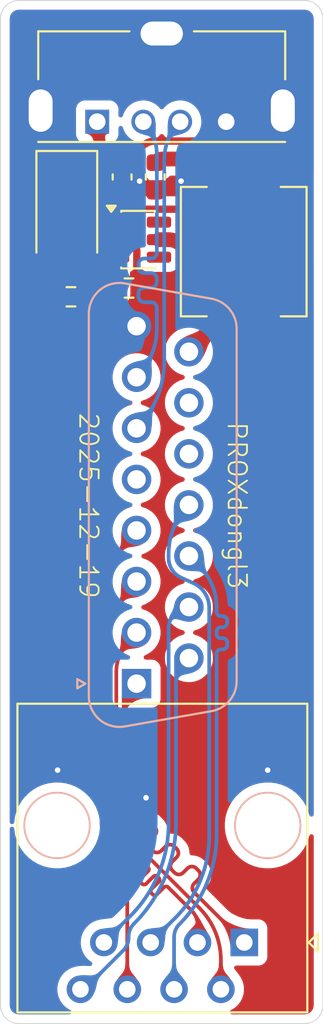
<source format=kicad_pcb>
(kicad_pcb
	(version 20241229)
	(generator "pcbnew")
	(generator_version "9.0")
	(general
		(thickness 1.6)
		(legacy_teardrops no)
	)
	(paper "A4")
	(layers
		(0 "F.Cu" signal)
		(2 "B.Cu" signal)
		(9 "F.Adhes" user "F.Adhesive")
		(11 "B.Adhes" user "B.Adhesive")
		(13 "F.Paste" user)
		(15 "B.Paste" user)
		(5 "F.SilkS" user "F.Silkscreen")
		(7 "B.SilkS" user "B.Silkscreen")
		(1 "F.Mask" user)
		(3 "B.Mask" user)
		(17 "Dwgs.User" user "User.Drawings")
		(19 "Cmts.User" user "User.Comments")
		(21 "Eco1.User" user "User.Eco1")
		(23 "Eco2.User" user "User.Eco2")
		(25 "Edge.Cuts" user)
		(27 "Margin" user)
		(31 "F.CrtYd" user "F.Courtyard")
		(29 "B.CrtYd" user "B.Courtyard")
		(35 "F.Fab" user)
		(33 "B.Fab" user)
		(39 "User.1" user)
		(41 "User.2" user)
		(43 "User.3" user)
		(45 "User.4" user)
	)
	(setup
		(pad_to_mask_clearance 0)
		(allow_soldermask_bridges_in_footprints no)
		(tenting front back)
		(pcbplotparams
			(layerselection 0x00000000_00000000_55555555_5755f5ff)
			(plot_on_all_layers_selection 0x00000000_00000000_00000000_00000000)
			(disableapertmacros no)
			(usegerberextensions yes)
			(usegerberattributes yes)
			(usegerberadvancedattributes yes)
			(creategerberjobfile yes)
			(dashed_line_dash_ratio 12.000000)
			(dashed_line_gap_ratio 3.000000)
			(svgprecision 4)
			(plotframeref no)
			(mode 1)
			(useauxorigin no)
			(hpglpennumber 1)
			(hpglpenspeed 20)
			(hpglpendiameter 15.000000)
			(pdf_front_fp_property_popups yes)
			(pdf_back_fp_property_popups yes)
			(pdf_metadata yes)
			(pdf_single_document no)
			(dxfpolygonmode yes)
			(dxfimperialunits yes)
			(dxfusepcbnewfont yes)
			(psnegative no)
			(psa4output no)
			(plot_black_and_white yes)
			(sketchpadsonfab no)
			(plotpadnumbers no)
			(hidednponfab no)
			(sketchdnponfab yes)
			(crossoutdnponfab yes)
			(subtractmaskfromsilk no)
			(outputformat 1)
			(mirror no)
			(drillshape 0)
			(scaleselection 1)
			(outputdirectory "out/")
		)
	)
	(net 0 "")
	(net 1 "unconnected-(J1-P14-Pad14)")
	(net 2 "/ETH_DC1+")
	(net 3 "/ETH_RX-")
	(net 4 "/ETH_TX+")
	(net 5 "/ETH_DC2+")
	(net 6 "/ETH_DC1-")
	(net 7 "unconnected-(J1-P13-Pad13)")
	(net 8 "/ETH_DC2-")
	(net 9 "/ETH_RX+")
	(net 10 "/ETH_TX-")
	(net 11 "unconnected-(J1-Pad5)")
	(net 12 "/USB_D-")
	(net 13 "/USB_D+")
	(net 14 "+3V3")
	(net 15 "GND")
	(net 16 "+5V")
	(net 17 "Net-(D1-A)")
	(net 18 "Net-(U1-FB)")
	(net 19 "unconnected-(U1-EN-Pad4)")
	(net 20 "unconnected-(U1-NC-Pad6)")
	(footprint "Connector_USB:USB_A_Molex_105057_Vertical" (layer "F.Cu") (at 105.25 49.575))
	(footprint "Diode_SMD:D_SMA" (layer "F.Cu") (at 103.6 54.675 -90))
	(footprint "Package_TO_SOT_SMD:SOT-23-6" (layer "F.Cu") (at 107.4625 55.975))
	(footprint "Capacitor_SMD:C_0603_1608Metric" (layer "F.Cu") (at 106.6 52.575 -90))
	(footprint "Inductor_SMD:L_APV_APH0630" (layer "F.Cu") (at 113.2 56.625 90))
	(footprint "Resistor_SMD:R_0603_1608Metric" (layer "F.Cu") (at 106.975 58.6))
	(footprint "Resistor_SMD:R_0603_1608Metric" (layer "F.Cu") (at 103.825 59.075))
	(footprint "Capacitor_SMD:C_0603_1608Metric" (layer "F.Cu") (at 108.4 52.575 -90))
	(footprint "Connector_RJ:RJ45_OST_PJ012-8P8CX_Vertical" (layer "F.Cu") (at 113.23 94.1 180))
	(footprint "Connector_Dsub:DSUB-15_Socket_Vertical_P2.77x2.84mm" (layer "B.Cu") (at 107.385 80.06 -90))
	(gr_line
		(start 100 97.5)
		(end 100 44)
		(stroke
			(width 0.05)
			(type default)
		)
		(layer "Edge.Cuts")
		(uuid "0db6ce03-0979-466c-8d70-b73e485d4a8f")
	)
	(gr_line
		(start 117.5 44)
		(end 117.5 97.5)
		(stroke
			(width 0.05)
			(type default)
		)
		(layer "Edge.Cuts")
		(uuid "10be46f5-97dc-400b-ad24-0b8b87306653")
	)
	(gr_line
		(start 101 43)
		(end 116.5 43)
		(stroke
			(width 0.05)
			(type default)
		)
		(layer "Edge.Cuts")
		(uuid "413b3a9e-9bd9-4831-9365-cd63dbd28d7f")
	)
	(gr_arc
		(start 116.5 43)
		(mid 117.207107 43.292893)
		(end 117.5 44)
		(stroke
			(width 0.05)
			(type default)
		)
		(layer "Edge.Cuts")
		(uuid "52b734ef-74dd-43b6-888f-18443ecf54e3")
	)
	(gr_arc
		(start 101 98.5)
		(mid 100.292893 98.207107)
		(end 100 97.5)
		(stroke
			(width 0.05)
			(type default)
		)
		(layer "Edge.Cuts")
		(uuid "6a17951b-3130-4b4a-9fe8-2b07478bf2be")
	)
	(gr_line
		(start 116.5 98.5)
		(end 101 98.5)
		(stroke
			(width 0.05)
			(type default)
		)
		(layer "Edge.Cuts")
		(uuid "79c46bbb-04e4-4a4a-967a-27117ae08049")
	)
	(gr_arc
		(start 117.5 97.5)
		(mid 117.207107 98.207107)
		(end 116.5 98.5)
		(stroke
			(width 0.05)
			(type default)
		)
		(layer "Edge.Cuts")
		(uuid "dbd91a20-56fa-46cf-ba01-69e810d4c7e5")
	)
	(gr_arc
		(start 100 44)
		(mid 100.292893 43.292893)
		(end 101 43)
		(stroke
			(width 0.05)
			(type default)
		)
		(layer "Edge.Cuts")
		(uuid "f40b6dc1-c075-4afe-b6bc-38632a8e4915")
	)
	(gr_text "PROXdongl3\n\n\n\n\n2025-12-19"
		(at 104.2 70.4 270)
		(layer "F.SilkS")
		(uuid "ca6d681c-1b30-4157-b329-de577ee1e039")
		(effects
			(font
				(size 1 1)
				(thickness 0.1)
			)
			(justify bottom)
		)
	)
	(segment
		(start 109.42 93.811314)
		(end 109.42 96.64)
		(width 0.2)
		(layer "B.Cu")
		(net 2)
		(uuid "1b3a16c5-83c5-4082-963a-24f4bce5b034")
	)
	(segment
		(start 111.727 78.438473)
		(end 111.727 78.558473)
		(width 0.2)
		(layer "B.Cu")
		(net 2)
		(uuid "297592fe-a272-44fc-9e77-42cb25950c25")
	)
	(segment
		(start 112.307 77.838473)
		(end 112.307 77.958473)
		(width 0.2)
		(layer "B.Cu")
		(net 2)
		(uuid "3605a777-fcb1-4949-9d2b-4fed50311136")
	)
	(segment
		(start 110.225 73.135)
		(end 110.837673 73.747673)
		(width 0.2)
		(layer "B.Cu")
		(net 2)
		(uuid "42abc40d-b88e-4359-b3e2-d2fd62bc3daf")
	)
	(segment
		(start 111.967 76.398473)
		(end 112.067 76.398473)
		(width 0.2)
		(layer "B.Cu")
		(net 2)
		(uuid "4b6e64f8-ddf2-4ad7-88b5-f979a45e1a53")
	)
	(segment
		(start 111.727 78.611757)
		(end 111.727 79.948824)
		(width 0.2)
		(layer "B.Cu")
		(net 2)
		(uuid "58c9926b-6326-42e7-9dc0-12c851049de2")
	)
	(segment
		(start 111.727 78.558473)
		(end 111.727 78.611757)
		(width 0.2)
		(layer "B.Cu")
		(net 2)
		(uuid "83f4b8a8-9871-4188-8e2f-293062ac7c8a")
	)
	(segment
		(start 112.307 76.638473)
		(end 112.307 76.758473)
		(width 0.2)
		(layer "B.Cu")
		(net 2)
		(uuid "989da18c-164e-4312-b765-d0763e0d36c9")
	)
	(segment
		(start 112.067 76.998473)
		(end 111.967 76.998473)
		(width 0.2)
		(layer "B.Cu")
		(net 2)
		(uuid "aba83d00-45b9-415e-8971-df563c611b99")
	)
	(segment
		(start 111.727 79.948824)
		(end 111.727 88.241834)
		(width 0.2)
		(layer "B.Cu")
		(net 2)
		(uuid "b4f4a6aa-0c07-400b-8acd-30687c0c6f72")
	)
	(segment
		(start 112.067 78.198473)
		(end 111.967 78.198473)
		(width 0.2)
		(layer "B.Cu")
		(net 2)
		(uuid "c29c28f6-4ec4-47de-af13-a0590522dd89")
	)
	(segment
		(start 111.727005 75.894771)
		(end 111.727 76.158473)
		(width 0.2)
		(layer "B.Cu")
		(net 2)
		(uuid "cca05b71-5b5f-4256-ab52-cb01e3d64242")
	)
	(segment
		(start 111.727 77.238473)
		(end 111.727 77.358473)
		(width 0.2)
		(layer "B.Cu")
		(net 2)
		(uuid "e8f35f1c-5947-4153-b041-9d5f8b5d5ced")
	)
	(segment
		(start 111.967 77.598473)
		(end 112.067 77.598473)
		(width 0.2)
		(layer "B.Cu")
		(net 2)
		(uuid "eca8d92f-de7c-4ff4-8620-6832795d65d8")
	)
	(arc
		(start 111.727 88.241834)
		(mid 111.203571 90.873289)
		(end 109.712893 93.104207)
		(width 0.2)
		(layer "B.Cu")
		(net 2)
		(uuid "3d729d30-f11a-449e-8f5f-d25a15500890")
	)
	(arc
		(start 111.727 77.358473)
		(mid 111.797294 77.528179)
		(end 111.967 77.598473)
		(width 0.2)
		(layer "B.Cu")
		(net 2)
		(uuid "4889e938-fd7e-45f7-a438-fd58a02665ad")
	)
	(arc
		(start 111.967 76.998473)
		(mid 111.797294 77.068767)
		(end 111.727 77.238473)
		(width 0.2)
		(layer "B.Cu")
		(net 2)
		(uuid "840bed66-a729-458a-bb79-41114e5b1fc5")
	)
	(arc
		(start 112.307 77.958473)
		(mid 112.236706 78.128179)
		(end 112.067 78.198473)
		(width 0.2)
		(layer "B.Cu")
		(net 2)
		(uuid "88017b7f-2ce8-4096-b5fa-7d43e157a07b")
	)
	(arc
		(start 112.307 76.758473)
		(mid 112.236706 76.928179)
		(end 112.067 76.998473)
		(width 0.2)
		(layer "B.Cu")
		(net 2)
		(uuid "9785c371-2f24-469e-8504-4a7247b09219")
	)
	(arc
		(start 111.727 76.158473)
		(mid 111.797294 76.328179)
		(end 111.967 76.398473)
		(width 0.2)
		(layer "B.Cu")
		(net 2)
		(uuid "a609964b-d264-4d9f-b12b-08cc4a699a63")
	)
	(arc
		(start 112.067 76.398473)
		(mid 112.236706 76.468767)
		(end 112.307 76.638473)
		(width 0.2)
		(layer "B.Cu")
		(net 2)
		(uuid "ac1d85bb-f59a-4dfc-941c-ef6392377f83")
	)
	(arc
		(start 109.712893 93.104207)
		(mid 109.49612 93.428631)
		(end 109.42 93.811314)
		(width 0.2)
		(layer "B.Cu")
		(net 2)
		(uuid "d6ee7632-5b2a-4cfb-b595-83b645ff3a0f")
	)
	(arc
		(start 110.837673 73.747673)
		(mid 111.495887 74.73277)
		(end 111.727005 75.894771)
		(width 0.2)
		(layer "B.Cu")
		(net 2)
		(uuid "d77a85b3-60db-4da9-b72d-3bba58386af8")
	)
	(arc
		(start 112.067 77.598473)
		(mid 112.236706 77.668767)
		(end 112.307 77.838473)
		(width 0.2)
		(layer "B.Cu")
		(net 2)
		(uuid "db339cf9-2624-410e-9cdf-a3c53cbe6b3f")
	)
	(arc
		(start 111.967 78.198473)
		(mid 111.797294 78.268767)
		(end 111.727 78.438473)
		(width 0.2)
		(layer "B.Cu")
		(net 2)
		(uuid "e60421ae-9944-4ba1-b5d8-dc864b2c1861")
	)
	(segment
		(start 106.88 96.64)
		(end 106.88 91.014127)
		(width 0.2)
		(layer "F.Cu")
		(net 3)
		(uuid "35e5ba2f-7fd0-48ff-93b1-eae833a0d61e")
	)
	(segment
		(start 105.482 87.639086)
		(end 105.482 76.344198)
		(width 0.2)
		(layer "F.Cu")
		(net 3)
		(uuid "60b35e78-4833-4263-92c3-97eb2a95da3d")
	)
	(arc
		(start 105.774893 88.346193)
		(mid 106.592798 89.570264)
		(end 106.88 91.014127)
		(width 0.2)
		(layer "F.Cu")
		(net 3)
		(uuid "19e1288e-cd7a-4cfe-953d-6947053902e2")
	)
	(arc
		(start 107.385 71.75)
		(mid 105.976563 73.857856)
		(end 105.482 76.344198)
		(width 0.2)
		(layer "F.Cu")
		(net 3)
		(uuid "9c5fc30d-d7ed-4b8a-bacb-26097bee2dee")
	)
	(arc
		(start 105.774893 88.346193)
		(mid 105.55812 88.02177)
		(end 105.482 87.639086)
		(width 0.2)
		(layer "F.Cu")
		(net 3)
		(uuid "d51b8968-c8e4-42c4-9a1a-bfffcced0d88")
	)
	(segment
		(start 106.685 80.76)
		(end 106.685 87.140786)
		(width 0.2)
		(layer "F.Cu")
		(net 4)
		(uuid "213cc9bc-96a1-4c17-8f5c-ccd93a116c65")
	)
	(segment
		(start 108.728115 89.12294)
		(end 108.960045 88.891007)
		(width 0.2)
		(layer "F.Cu")
		(net 4)
		(uuid "24ac8024-d204-4326-b00b-005f6abc51fc")
	)
	(segment
		(start 110.62316 90.078947)
		(end 110.741953 90.19774)
		(width 0.2)
		(layer "F.Cu")
		(net 4)
		(uuid "33be4c92-56f3-41eb-816b-15f32d9d77e2")
	)
	(segment
		(start 107.385 80.06)
		(end 106.685 80.76)
		(width 0.2)
		(layer "F.Cu")
		(net 4)
		(uuid "34c1f55e-d59e-4312-a4ac-b692196311fb")
	)
	(segment
		(start 110.741953 90.672916)
		(end 110.51002 90.904846)
		(width 0.2)
		(layer "F.Cu")
		(net 4)
		(uuid "5422b261-37a7-4aa3-8ee2-9fe0f509da50")
	)
	(segment
		(start 107.385 80.06)
		(end 106.977893 80.467107)
		(width 0.2)
		(layer "F.Cu")
		(net 4)
		(uuid "6c1f7510-deab-4342-9ffa-c055c23b178e")
	)
	(segment
		(start 107.540176 87.935001)
		(end 107.772106 87.703068)
		(width 0.2)
		(layer "F.Cu")
		(net 4)
		(uuid "84b38016-7cc8-4fa3-8b7d-a5b057c522ba")
	)
	(segment
		(start 109.554014 89.484977)
		(end 109.322081 89.716907)
		(width 0.2)
		(layer "F.Cu")
		(net 4)
		(uuid "9ac48fe6-f7b1-44c0-98a7-4e04da66844b")
	)
	(segment
		(start 109.916054 90.310879)
		(end 110.147984 90.078946)
		(width 0.2)
		(layer "F.Cu")
		(net 4)
		(uuid "a2574c8e-f60c-47dc-ba1e-fdeaf4826972")
	)
	(segment
		(start 110.628817 91.498817)
		(end 111.065 91.935)
		(width 0.2)
		(layer "F.Cu")
		(net 4)
		(uuid "ab11df4e-0c3b-49e5-b3ae-859f74f2b246")
	)
	(segment
		(start 109.435221 88.891008)
		(end 109.554014 89.009801)
		(width 0.2)
		(layer "F.Cu")
		(net 4)
		(uuid "b6312bb9-ecae-4f9e-96e4-326e5c0f01a1")
	)
	(segment
		(start 109.322082 90.192083)
		(end 109.440878 90.310878)
		(width 0.2)
		(layer "F.Cu")
		(net 4)
		(uuid "b73de118-aa28-480d-b46e-9d60e59735a8")
	)
	(segment
		(start 108.366075 88.297038)
		(end 108.134142 88.528968)
		(width 0.2)
		(layer "F.Cu")
		(net 4)
		(uuid "bca99180-b19e-4329-afac-060f59b785f4")
	)
	(segment
		(start 111.065 91.935)
		(end 113.23 94.1)
		(width 0.2)
		(layer "F.Cu")
		(net 4)
		(uuid "d2aaabad-c98a-45ae-96f4-1a8bd2222fa4")
	)
	(segment
		(start 108.247282 87.703069)
		(end 108.366075 87.821862)
		(width 0.2)
		(layer "F.Cu")
		(net 4)
		(uuid "dfb03752-e664-48a2-9d08-a7133c0f8063")
	)
	(segment
		(start 110.510021 91.380022)
		(end 110.628817 91.498817)
		(width 0.2)
		(layer "F.Cu")
		(net 4)
		(uuid "e06b253f-14fb-4dc8-9851-561d427c4427")
	)
	(segment
		(start 106.977893 87.847893)
		(end 107.065 87.935)
		(width 0.2)
		(layer "F.Cu")
		(net 4)
		(uuid "e20394a6-36ba-478e-8529-2641863adfaf")
	)
	(segment
		(start 108.134143 89.004144)
		(end 108.252939 89.122939)
		(width 0.2)
		(layer "F.Cu")
		(net 4)
		(uuid "e7e0aa8a-e407-46af-a998-0e98ace99086")
	)
	(arc
		(start 108.134142 88.528968)
		(mid 108.035731 88.766556)
		(end 108.134143 89.004144)
		(width 0.2)
		(layer "F.Cu")
		(net 4)
		(uuid "233b63ef-0432-464d-be60-e0fff5d13ac2")
	)
	(arc
		(start 110.51002 90.904846)
		(mid 110.411609 91.142434)
		(end 110.510021 91.380022)
		(width 0.2)
		(layer "F.Cu")
		(net 4)
		(uuid "3f33e3bc-9f81-4a07-86d5-c2781531a87b")
	)
	(arc
		(start 109.440878 90.310878)
		(mid 109.678467 90.40929)
		(end 109.916054 90.310879)
		(width 0.2)
		(layer "F.Cu")
		(net 4)
		(uuid "443a3d4a-6585-4196-a40e-7041425c4eac")
	)
	(arc
		(start 110.147984 90.078946)
		(mid 110.385572 89.980535)
		(end 110.62316 90.078947)
		(width 0.2)
		(layer "F.Cu")
		(net 4)
		(uuid "450e2d8f-0dd2-42b4-8f9f-39d4c2ccd201")
	)
	(arc
		(start 110.741953 90.19774)
		(mid 110.840365 90.435328)
		(end 110.741953 90.672916)
		(width 0.2)
		(layer "F.Cu")
		(net 4)
		(uuid "4e2764a4-0acf-4e47-855b-0e09e4b064ac")
	)
	(arc
		(start 107.065 87.935)
		(mid 107.302589 88.033412)
		(end 107.540176 87.935001)
		(width 0.2)
		(layer "F.Cu")
		(net 4)
		(uuid "617fa0de-ebb0-436c-8263-15595d60ef9c")
	)
	(arc
		(start 108.366075 87.821862)
		(mid 108.464487 88.05945)
		(end 108.366075 88.297038)
		(width 0.2)
		(layer "F.Cu")
		(net 4)
		(uuid "75f31041-05b3-4f77-bf21-c5469b3b3203")
	)
	(arc
		(start 108.252939 89.122939)
		(mid 108.490528 89.221351)
		(end 108.728115 89.12294)
		(width 0.2)
		(layer "F.Cu")
		(net 4)
		(uuid "8f790694-a398-4b1e-bb57-b582fb2543be")
	)
	(arc
		(start 107.772106 87.703068)
		(mid 108.009694 87.604657)
		(end 108.247282 87.703069)
		(width 0.2)
		(layer "F.Cu")
		(net 4)
		(uuid "a951adfe-5ee2-47da-a8db-acf76f9336c4")
	)
	(arc
		(start 109.554014 89.009801)
		(mid 109.652426 89.247389)
		(end 109.554014 89.484977)
		(width 0.2)
		(layer "F.Cu")
		(net 4)
		(uuid "cac28868-16bc-44b8-8510-56e0c858b8a5")
	)
	(arc
		(start 106.685 87.140786)
		(mid 106.76112 87.52347)
		(end 106.977893 87.847893)
		(width 0.2)
		(layer "F.Cu")
		(net 4)
		(uuid "d50a074b-b3dd-4558-8c40-85b226028dcd")
	)
	(arc
		(start 109.322081 89.716907)
		(mid 109.22367 89.954495)
		(end 109.322082 90.192083)
		(width 0.2)
		(layer "F.Cu")
		(net 4)
		(uuid "dc2f670d-15ea-4477-9882-6c8a74a5d2f3")
	)
	(arc
		(start 108.960045 88.891007)
		(mid 109.197633 88.792596)
		(end 109.435221 88.891008)
		(width 0.2)
		(layer "F.Cu")
		(net 4)
		(uuid "e16beaad-139b-4905-8a28-40e8a90511db")
	)
	(segment
		(start 111.326 75.937102)
		(end 111.326 88.341275)
		(width 0.2)
		(layer "B.Cu")
		(net 5)
		(uuid "2e521ab4-1c9c-4f82-8744-e8f74b45f502")
	)
	(segment
		(start 109.4997 92.750316)
		(end 108.15 94.1)
		(width 0.2)
		(layer "B.Cu")
		(net 5)
		(uuid "50323dfe-b2cd-4ed8-8839-87d366f75576")
	)
	(segment
		(start 109.123999 73.094481)
		(end 109.123997 73.24715)
		(width 0.2)
		(layer "B.Cu")
		(net 5)
		(uuid "573d0532-267c-4c64-81f2-82efa49f1e11")
	)
	(segment
		(start 109.124 73.050762)
		(end 109.123999 73.094481)
		(width 0.2)
		(layer "B.Cu")
		(net 5)
		(uuid "83aac324-fece-4496-8203-5c602cf4d72f")
	)
	(segment
		(start 109.124 73.022931)
		(end 109.124 73.050762)
		(width 0.2)
		(layer "B.Cu")
		(net 5)
		(uuid "b55e6cf2-afd1-4de7-8e61-c1b98395f5a3")
	)
	(segment
		(start 109.80946 74.311291)
		(end 110.472761 74.612516)
		(width 0.2)
		(layer "B.Cu")
		(net 5)
		(uuid "e3ce3b94-346f-4702-a787-4bad6a18c179")
	)
	(arc
		(start 109.123997 73.24715)
		(mid 109.310191 73.880054)
		(end 109.80946 74.311291)
		(width 0.2)
		(layer "B.Cu")
		(net 5)
		(uuid "29764fa2-a997-4704-9206-466832b26de4")
	)
	(arc
		(start 110.225 70.365)
		(mid 109.410133 71.584481)
		(end 109.124 73.022931)
		(width 0.2)
		(layer "B.Cu")
		(net 5)
		(uuid "524331c2-a955-4a25-93ad-45d61e2ba38d")
	)
	(arc
		(start 111.326 88.341275)
		(mid 110.85136 90.727434)
		(end 109.4997 92.750316)
		(width 0.2)
		(layer "B.Cu")
		(net 5)
		(uuid "95ff44f7-af53-4de6-a56f-ea9300a9a3de")
	)
	(arc
		(start 111.326 75.937102)
		(mid 111.094227 75.149297)
		(end 110.472761 74.612516)
		(width 0.2)
		(layer "B.Cu")
		(net 5)
		(uuid "e8685c65-5f2e-4be2-a160-a7a6580df01f")
	)
	(segment
		(start 109.416893 76.333107)
		(end 109.845 75.905)
		(width 0.2)
		(layer "B.Cu")
		(net 6)
		(uuid "19de6717-dd66-4f55-9b1f-ed5f070abbb0")
	)
	(segment
		(start 109.124 87.641773)
		(end 109.124 77.040214)
		(width 0.2)
		(layer "B.Cu")
		(net 6)
		(uuid "7ef2c0a7-1daf-4709-ba47-40c201c5c4ee")
	)
	(segment
		(start 109.845 75.905)
		(end 110.225 75.905)
		(width 0.2)
		(layer "B.Cu")
		(net 6)
		(uuid "7ff693eb-e5e6-4b1c-9b05-4bb976a10db3")
	)
	(segment
		(start 105.61 94.1)
		(end 107.042033 92.668001)
		(width 0.2)
		(layer "B.Cu")
		(net 6)
		(uuid "947dcb75-2a58-4d01-91e3-4a251669c49b")
	)
	(segment
		(start 105.61 94.1)
		(end 105.5 93.99)
		(width 0.2)
		(layer "B.Cu")
		(net 6)
		(uuid "ee570994-3e94-4237-bd5c-cfcc1aedb572")
	)
	(arc
		(start 107.042033 92.668001)
		(mid 108.582913 90.361955)
		(end 109.124 87.641773)
		(width 0.2)
		(layer "B.Cu")
		(net 6)
		(uuid "9367f155-3e0b-4ef1-95e0-d75e8f9bf54c")
	)
	(arc
		(start 109.416893 76.333107)
		(mid 109.20012 76.65753)
		(end 109.124 77.040214)
		(width 0.2)
		(layer "B.Cu")
		(net 6)
		(uuid "ac278524-a01d-4232-8144-d0e3b99e6d94")
	)
	(segment
		(start 106.953893 93.828232)
		(end 106.953893 93.785982)
		(width 0.2)
		(layer "B.Cu")
		(net 8)
		(uuid "6010f089-3123-43db-a364-fbc262c45f34")
	)
	(segment
		(start 109.525 87.578835)
		(end 109.525 79.789214)
		(width 0.2)
		(layer "B.Cu")
		(net 8)
		(uuid "7e9e76bf-d0c5-4b76-b851-d7129937c28e")
	)
	(segment
		(start 104.556339 96.64)
		(end 106.661 94.535339)
		(width 0.2)
		(layer "B.Cu")
		(net 8)
		(uuid "95ee3c68-50d0-449d-b1c1-bdd40f4b71cc")
	)
	(segment
		(start 104.34 96.64)
		(end 104.556339 96.64)
		(width 0.2)
		(layer "B.Cu")
		(net 8)
		(uuid "b41c45bb-3840-4329-873b-0826724ca19c")
	)
	(segment
		(start 109.817893 79.082107)
		(end 110.225 78.675)
		(width 0.2)
		(layer "B.Cu")
		(net 8)
		(uuid "ee68e164-ca41-4506-92ea-0620134d969e")
	)
	(arc
		(start 109.525 79.789214)
		(mid 109.60112 79.406531)
		(end 109.817893 79.082107)
		(width 0.2)
		(layer "B.Cu")
		(net 8)
		(uuid "601c0325-34fd-4107-8982-98e1646ff6bb")
	)
	(arc
		(start 106.953893 93.785982)
		(mid 107.030013 93.403299)
		(end 107.246786 93.078875)
		(width 0.2)
		(layer "B.Cu")
		(net 8)
		(uuid "6cbdcb56-97f5-4eb9-bec7-9c4b1ad8ab0a")
	)
	(arc
		(start 106.661 94.535339)
		(mid 106.877773 94.210916)
		(end 106.953893 93.828232)
		(width 0.2)
		(layer "B.Cu")
		(net 8)
		(uuid "cdf8a814-f6e8-4848-b587-18abdfccfa59")
	)
	(arc
		(start 107.246786 93.078875)
		(mid 108.932921 90.555415)
		(end 109.525 87.578835)
		(width 0.2)
		(layer "B.Cu")
		(net 8)
		(uuid "eb7a141a-7c25-4cc6-b7e6-d884c399ce57")
	)
	(segment
		(start 109.162381 91.166581)
		(end 109.3279 91.3321)
		(width 0.2)
		(layer "F.Cu")
		(net 9)
		(uuid "15b411c7-ffbd-4ead-bf58-f9f9c6b35cb2")
	)
	(segment
		(start 109.104397 91.108597)
		(end 109.162381 91.166581)
		(width 0.2)
		(layer "F.Cu")
		(net 9)
		(uuid "2762318f-2d42-4a0d-9577-aa34abcf0d1c")
	)
	(segment
		(start 108.002727 90.238858)
		(end 107.619475 90.622109)
		(width 0.2)
		(layer "F.Cu")
		(net 9)
		(uuid "287071ee-1ee2-499c-a9ce-f8ecf42d3b0b")
	)
	(segment
		(start 107.4229 89.659031)
		(end 107.216424 89.865506)
		(width 0.2)
		(layer "F.Cu")
		(net 9)
		(uuid "29a7ed2f-8e4f-4cb7-82c9-1b82aa07d29c")
	)
	(segment
		(start 108.199302 91.433867)
		(end 108.257284 91.491849)
		(width 0.2)
		(layer "F.Cu")
		(net 9)
		(uuid "2bc0a353-443d-4045-92f7-8008b44d6876")
	)
	(segment
		(start 107.216424 90.097437)
		(end 107.274406 90.155419)
		(width 0.2)
		(layer "F.Cu")
		(net 9)
		(uuid "3bd8a843-541f-49a2-80ce-54e5adec7582")
	)
	(segment
		(start 109.3279 91.3321)
		(end 110.281037 92.285237)
		(width 0.2)
		(layer "F.Cu")
		(net 9)
		(uuid "3ff0c178-d559-4453-b347-324ac0c71169")
	)
	(segment
		(start 110.281037 92.285237)
		(end 110.397107 92.401307)
		(width 0.2)
		(layer "F.Cu")
		(net 9)
		(uuid "870a4c3e-3467-4d7d-899e-2fa5d5e145dc")
	)
	(segment
		(start 107.944743 89.948943)
		(end 108.002727 90.006927)
		(width 0.2)
		(layer "F.Cu")
		(net 9)
		(uuid "9c62ffd7-2d59-4831-8a10-0b34bb66b7f3")
	)
	(segment
		(start 107.506337 90.155419)
		(end 107.712812 89.948943)
		(width 0.2)
		(layer "F.Cu")
		(net 9)
		(uuid "a5c6f3b1-9b78-483d-a59a-da4a82b89d2b")
	)
	(segment
		(start 107.909388 90.912022)
		(end 108.292639 90.52877)
		(width 0.2)
		(layer "F.Cu")
		(net 9)
		(uuid "a8239e8f-f4ad-4bcd-a685-40b24630076d")
	)
	(segment
		(start 108.582554 90.818685)
		(end 108.199302 91.201936)
		(width 0.2)
		(layer "F.Cu")
		(net 9)
		(uuid "ae2a428f-6241-4267-938d-dc7b1785dbab")
	)
	(segment
		(start 107.619475 90.85404)
		(end 107.677457 90.912022)
		(width 0.2)
		(layer "F.Cu")
		(net 9)
		(uuid "bd542de6-00d6-4569-a8a8-7b814e5434c0")
	)
	(segment
		(start 105.883 78.146129)
		(end 105.883 87.472986)
		(width 0.2)
		(layer "F.Cu")
		(net 9)
		(uuid "bdcc6913-de0c-47e8-80af-b18b6df31a33")
	)
	(segment
		(start 108.52457 90.52877)
		(end 108.582554 90.586754)
		(width 0.2)
		(layer "F.Cu")
		(net 9)
		(uuid "cbb60cd9-50b4-4299-b5a3-262396cc7801")
	)
	(segment
		(start 106.175893 88.180093)
		(end 107.4229 89.4271)
		(width 0.2)
		(layer "F.Cu")
		(net 9)
		(uuid "dc2eb85c-2011-497b-9c1a-e9375e89c281")
	)
	(segment
		(start 108.489215 91.491849)
		(end 108.872466 91.108597)
		(width 0.2)
		(layer "F.Cu")
		(net 9)
		(uuid "f106b01f-947e-4b6d-b921-7b6d67ddc96c")
	)
	(segment
		(start 110.69 93.108414)
		(end 110.69 94.1)
		(width 0.2)
		(layer "F.Cu")
		(net 9)
		(uuid "fadf9c9d-be21-45c6-bd28-ba31471b182e")
	)
	(arc
		(start 107.677457 90.912022)
		(mid 107.793423 90.960056)
		(end 107.909388 90.912022)
		(width 0.2)
		(layer "F.Cu")
		(net 9)
		(uuid "0044d40f-1336-4018-897f-f767c31ef9ee")
	)
	(arc
		(start 110.397107 92.401307)
		(mid 110.61388 92.725731)
		(end 110.69 93.108414)
		(width 0.2)
		(layer "F.Cu")
		(net 9)
		(uuid "08a9e97a-790d-4c1c-9c02-8911175f24f6")
	)
	(arc
		(start 105.883 87.472986)
		(mid 105.95912 87.855669)
		(end 106.175893 88.180093)
		(width 0.2)
		(layer "F.Cu")
		(net 9)
		(uuid "132eb2b6-7af8-45e0-ad5e-0a1ba96503ff")
	)
	(arc
		(start 108.199302 91.201936)
		(mid 108.151268 91.317901)
		(end 108.199302 91.433867)
		(width 0.2)
		(layer "F.Cu")
		(net 9)
		(uuid "2908833b-4ba6-4279-91a0-8e3768d41ad8")
	)
	(arc
		(start 107.4229 89.4271)
		(mid 107.470934 89.543066)
		(end 107.4229 89.659031)
		(width 0.2)
		(layer "F.Cu")
		(net 9)
		(uuid "3d1a5c3b-9c1c-4ff9-b509-0cd7ba345534")
	)
	(arc
		(start 108.002727 90.006927)
		(mid 108.050761 90.122893)
		(end 108.002727 90.238858)
		(width 0.2)
		(layer "F.Cu")
		(net 9)
		(uuid "43d0c6e6-db7b-45ce-b80a-75e47fc99d11")
	)
	(arc
		(start 107.619475 90.622109)
		(mid 107.571441 90.738074)
		(end 107.619475 90.85404)
		(width 0.2)
		(layer "F.Cu")
		(net 9)
		(uuid "450ede13-fc08-433a-a879-90ba3cb3c275")
	)
	(arc
		(start 107.712812 89.948943)
		(mid 107.828777 89.900909)
		(end 107.944743 89.948943)
		(width 0.2)
		(layer "F.Cu")
		(net 9)
		(uuid "559183c8-82a1-498e-9f0c-0c279546951a")
	)
	(arc
		(start 108.292639 90.52877)
		(mid 108.408604 90.480736)
		(end 108.52457 90.52877)
		(width 0.2)
		(layer "F.Cu")
		(net 9)
		(uuid "6c24ef7f-7479-488d-81ee-eaa183b09299")
	)
	(arc
		(start 108.582554 90.586754)
		(mid 108.630588 90.70272)
		(end 108.582554 90.818685)
		(width 0.2)
		(layer "F.Cu")
		(net 9)
		(uuid "a09cebd6-3518-47f7-8983-a19fb2e66433")
	)
	(arc
		(start 107.274406 90.155419)
		(mid 107.390372 90.203453)
		(end 107.506337 90.155419)
		(width 0.2)
		(layer "F.Cu")
		(net 9)
		(uuid "a2dcb139-68dc-48c9-8390-fa2135db1e40")
	)
	(arc
		(start 107.216424 89.865506)
		(mid 107.16839 89.981471)
		(end 107.216424 90.097437)
		(width 0.2)
		(layer "F.Cu")
		(net 9)
		(uuid "ad7c87b6-7075-4132-a3b8-14a1b031aa08")
	)
	(arc
		(start 107.385 74.52)
		(mid 106.273353 76.18369)
		(end 105.883 78.146129)
		(width 0.2)
		(layer "F.Cu")
		(net 9)
		(uuid "b7972300-392c-4a71-beb6-4c9b3c4b1973")
	)
	(arc
		(start 108.872466 91.108597)
		(mid 108.988431 91.060563)
		(end 109.104397 91.108597)
		(width 0.2)
		(layer "F.Cu")
		(net 9)
		(uuid "ea0192bc-0949-40f4-aa03-732e56c585c8")
	)
	(arc
		(start 108.257284 91.491849)
		(mid 108.37325 91.539883)
		(end 108.489215 91.491849)
		(width 0.2)
		(layer "F.Cu")
		(net 9)
		(uuid "ffa78e4a-9ea6-435a-ba81-a0d93d71d9c7")
	)
	(segment
		(start 111.96 96.64)
		(end 111.96 95.064265)
		(width 0.2)
		(layer "F.Cu")
		(net 10)
		(uuid "1e072b2f-a021-4d03-b679-d9ccb33c45ac")
	)
	(segment
		(start 110.781137 92.218237)
		(end 106.576893 88.013993)
		(width 0.2)
		(layer "F.Cu")
		(net 10)
		(uuid "2ced86cf-7653-41f5-805b-b58d44cbf522")
	)
	(segment
		(start 107.037789 77.637211)
		(end 107.385 77.29)
		(width 0.2)
		(layer "F.Cu")
		(net 10)
		(uuid "54d048d0-6021-4565-a7d5-639d167c4ae7")
	)
	(segment
		(start 106.284 87.306886)
		(end 106.284 79.457019)
		(width 0.2)
		(layer "F.Cu")
		(net 10)
		(uuid "712ae5f0-9554-4cfe-b6b0-42cb67fcdea8")
	)
	(arc
		(start 106.576893 88.013993)
		(mid 106.36012 87.68957)
		(end 106.284 87.306886)
		(width 0.2)
		(layer "F.Cu")
		(net 10)
		(uuid "0907e4d0-264d-4934-9588-116a623b2293")
	)
	(arc
		(start 107.037789 77.637211)
		(mid 106.479903 78.472146)
		(end 106.284 79.457019)
		(width 0.2)
		(layer "F.Cu")
		(net 10)
		(uuid "6fbe9976-3140-4f1f-b030-d3810ef537c8")
	)
	(arc
		(start 111.96 95.064265)
		(mid 111.653623 93.524006)
		(end 110.781137 92.218237)
		(width 0.2)
		(layer "F.Cu")
		(net 10)
		(uuid "c8e3aab4-fd21-4b27-8658-33ac568c0160")
	)
	(segment
		(start 108.486 60.381945)
		(end 108.486 60.686014)
		(width 0.2)
		(layer "B.Cu")
		(net 12)
		(uuid "01b66a10-1200-4409-bc0c-a6cad4818382")
	)
	(segment
		(start 107.486 58.894642)
		(end 107.486 59.052642)
		(width 0.2)
		(layer "B.Cu")
		(net 12)
		(uuid "3cf5b84d-c3a2-4d89-88d4-c95ddbcaba8e")
	)
	(segment
		(start 107.802 57.788642)
		(end 108.17 57.788642)
		(width 0.2)
		(layer "B.Cu")
		(net 12)
		(uuid "627f3160-b033-48c1-93aa-0058cc86db70")
	)
	(segment
		(start 108.17 56.998642)
		(end 107.802 56.998642)
		(width 0.2)
		(layer "B.Cu")
		(net 12)
		(uuid "67df28b4-5eef-47a3-94e5-436c83e5904e")
	)
	(segment
		(start 107.486 57.314642)
		(end 107.486 57.472642)
		(width 0.2)
		(layer "B.Cu")
		(net 12)
		(uuid "68c489f7-3667-414e-8ccf-ca7c3745dc55")
	)
	(segment
		(start 108.486 51.351842)
		(end 108.486 51.796628)
		(width 0.2)
		(layer "B.Cu")
		(net 12)
		(uuid "9144509a-b835-4709-b17a-cb9e0cac8f57")
	)
	(segment
		(start 107.802 59.368642)
		(end 108.17 59.368642)
		(width 0.2)
		(layer "B.Cu")
		(net 12)
		(uuid "afd59919-928f-4169-9b38-210d41a3e809")
	)
	(segment
		(start 108.486 59.842642)
		(end 108.486 60.381945)
		(width 0.2)
		(layer "B.Cu")
		(net 12)
		(uuid "bd7be84f-b104-4dc0-8da8-581a7733d910")
	)
	(segment
		(start 108.17 58.578642)
		(end 107.802 58.578642)
		(width 0.2)
		(layer "B.Cu")
		(net 12)
		(uuid "d3d84d19-f0c7-47cc-94b4-09ddd6fd43fa")
	)
	(segment
		(start 108.486 51.796628)
		(end 108.486 56.682642)
		(width 0.2)
		(layer "B.Cu")
		(net 12)
		(uuid "d5b48007-c80f-41cc-851f-d1ddaa5f4c0f")
	)
	(segment
		(start 108.486 58.104642)
		(end 108.486 58.262642)
		(width 0.2)
		(layer "B.Cu")
		(net 12)
		(uuid "f5831b23-3ef6-4388-b65d-6045ea1c5634")
	)
	(segment
		(start 108.486 59.684642)
		(end 108.486 59.842642)
		(width 0.2)
		(layer "B.Cu")
		(net 12)
		(uuid "f7bc7728-1be0-432c-83f5-b1118ba30203")
	)
	(segment
		(start 108.486 60.686014)
		(end 108.486 60.781945)
		(width 0.2)
		(layer "B.Cu")
		(net 12)
		(uuid "f9a2e672-dc0b-4d3d-a20d-ee8dabc1dbc4")
	)
	(arc
		(start 107.802 58.578642)
		(mid 107.578554 58.671196)
		(end 107.486 58.894642)
		(width 0.2)
		(layer "B.Cu")
		(net 12)
		(uuid "14c0cca6-9394-47cf-a30f-0ebb698078c5")
	)
	(arc
		(start 108.486 58.262642)
		(mid 108.393446 58.486088)
		(end 108.17 58.578642)
		(width 0.2)
		(layer "B.Cu")
		(net 12)
		(uuid "3d055fa0-4a6e-4ef5-b96e-c73468e4d27e")
	)
	(arc
		(start 108.17 59.368642)
		(mid 108.393446 59.461196)
		(end 108.486 59.684642)
		(width 0.2)
		(layer "B.Cu")
		(net 12)
		(uuid "486d47ea-af91-466c-b1af-a11d31b031c4")
	)
	(arc
		(start 108.486 56.682642)
		(mid 108.393446 56.906088)
		(end 108.17 56.998642)
		(width 0.2)
		(layer "B.Cu")
		(net 12)
		(uuid "572c22df-446c-4570-b739-91e7721708de")
	)
	(arc
		(start 107.486 59.052642)
		(mid 107.578554 59.276088)
		(end 107.802 59.368642)
		(width 0.2)
		(layer "B.Cu")
		(net 12)
		(uuid "71389a32-9cc7-4225-858b-85a8b9ed0036")
	)
	(arc
		(start 107.802 56.998642)
		(mid 107.578554 57.091196)
		(end 107.486 57.314642)
		(width 0.2)
		(layer "B.Cu")
		(net 12)
		(uuid "9b81b424-06f7-46cf-bce2-b51eb9b0d622")
	)
	(arc
		(start 107.75 49.575)
		(mid 108.294723 50.390229)
		(end 108.486 51.351842)
		(width 0.2)
		(layer "B.Cu")
		(net 12)
		(uuid "a9964e63-4545-4f66-ad2a-395e0a016c44")
	)
	(arc
		(start 108.486 60.781945)
		(mid 108.199858 62.220476)
		(end 107.385 63.44)
		(width 0.2)
		(layer "B.Cu")
		(net 12)
		(uuid "b6e97e91-3a68-4a99-869d-94154290cc6c")
	)
	(arc
		(start 107.486 57.472642)
		(mid 107.578554 57.696088)
		(end 107.802 57.788642)
		(width 0.2)
		(layer "B.Cu")
		(net 12)
		(uuid "f0903015-8378-4d97-a7ab-c3813a01f241")
	)
	(arc
		(start 108.17 57.788642)
		(mid 108.393446 57.881196)
		(end 108.486 58.104642)
		(width 0.2)
		(layer "B.Cu")
		(net 12)
		(uuid "f6d6e8f7-2693-4811-9ff2-fdc289e81c3b")
	)
	(segment
		(start 108.887 51.658474)
		(end 108.887 62.583871)
		(width 0.2)
		(layer "B.Cu")
		(net 13)
		(uuid "bda663fa-58e7-44bf-954b-314e59c1a180")
	)
	(arc
		(start 109.75 49.575)
		(mid 109.111288 50.530903)
		(end 108.887 51.658474)
		(width 0.2)
		(layer "B.Cu")
		(net 13)
		(uuid "4ff6a839-319f-4996-91ee-d45cb3613d47")
	)
	(arc
		(start 107.385 66.21)
		(mid 108.496646 64.546311)
		(end 108.887 62.583871)
		(width 0.2)
		(layer "B.Cu")
		(net 13)
		(uuid "8655bb6f-9eb8-44d4-8c09-6e0886ab5343")
	)
	(segment
		(start 108.4 51.8)
		(end 108.453554 51.746446)
		(width 0.8)
		(layer "F.Cu")
		(net 14)
		(uuid "215d76d8-0bbb-431d-a32c-7cb72e611584")
	)
	(segment
		(start 116 53.20751)
		(end 116 56.435786)
		(width 0.8)
		(layer "F.Cu")
		(net 14)
		(uuid "899da1bb-2f70-490c-b992-1360c90df61e")
	)
	(segment
		(start 108.807107 51.6)
		(end 114.253898 51.6)
		(width 0.8)
		(layer "F.Cu")
		(net 14)
		(uuid "99f23c71-af05-470a-a04e-95d138af65bb")
	)
	(segment
		(start 112.337107 59.942893)
		(end 110.225 62.055)
		(width 0.8)
		(layer "F.Cu")
		(net 14)
		(uuid "9aff0897-5941-4421-9253-14f408856991")
	)
	(segment
		(start 108.6 55.975)
		(end 109.110786 55.975)
		(width 0.8)
		(layer "F.Cu")
		(net 14)
		(uuid "d29cec6a-5190-42f8-9506-9ae3d0f9a20e")
	)
	(segment
		(start 115.707107 57.142893)
		(end 113.2 59.65)
		(width 0.8)
		(layer "F.Cu")
		(net 14)
		(uuid "d9376ac0-04a0-4db6-81d7-0c6e4eb4bc7d")
	)
	(segment
		(start 113.2 59.65)
		(end 113.044214 59.65)
		(width 0.8)
		(layer "F.Cu")
		(net 14)
		(uuid "e07f6b71-9f3d-4569-a880-e73e86c56fb0")
	)
	(segment
		(start 109.817893 56.267893)
		(end 113.2 59.65)
		(width 0.8)
		(layer "F.Cu")
		(net 14)
		(uuid "e17a537e-5348-4838-beab-1858025bf7aa")
	)
	(arc
		(start 108.807107 51.6)
		(mid 108.615766 51.63806)
		(end 108.453554 51.746446)
		(width 0.8)
		(layer "F.Cu")
		(net 14)
		(uuid "15ed2ce4-87d1-430d-9db0-aba500e59283")
	)
	(arc
		(start 112.337107 59.942893)
		(mid 112.66153 59.72612)
		(end 113.044214 59.65)
		(width 0.8)
		(layer "F.Cu")
		(net 14)
		(uuid "4b3fad1c-e8b4-423d-bb7c-f9783ff9e378")
	)
	(arc
		(start 115.557901 52.140189)
		(mid 115.885102 52.62988)
		(end 116 53.20751)
		(width 0.8)
		(layer "F.Cu")
		(net 14)
		(uuid "623d0e9d-28e8-45a1-bcef-f04e8dfc42d5")
	)
	(arc
		(start 109.817893 56.267893)
		(mid 109.49347 56.05112)
		(end 109.110786 55.975)
		(width 0.8)
		(layer "F.Cu")
		(net 14)
		(uuid "762627fb-5048-4e52-8e19-f7a2b9f6a025")
	)
	(arc
		(start 115.557901 52.140189)
		(mid 114.95957 51.740367)
		(end 114.253898 51.6)
		(width 0.8)
		(layer "F.Cu")
		(net 14)
		(uuid "b12925f2-b46b-48de-ab76-705ba2a1f942")
	)
	(arc
		(start 115.707107 57.142893)
		(mid 115.92388 56.81847)
		(end 116 56.435786)
		(width 0.8)
		(layer "F.Cu")
		(net 14)
		(uuid "e33e1b4c-9312-462d-a3fe-4a42455919a7")
	)
	(segment
		(start 107 53.35)
		(end 107.55 52.8)
		(width 0.4)
		(layer "F.Cu")
		(net 15)
		(uuid "02e6068f-a09a-444d-8b69-6fa1a673770a")
	)
	(segment
		(start 106.067107 45.087893)
		(end 102.18 48.975)
		(width 0.4)
		(layer "F.Cu")
		(net 15)
		(uuid "0c33beac-12bb-445d-a783-1004852db0d5")
	)
	(segment
		(start 108.75 44.795)
		(end 110.725786 44.795)
		(width 0.4)
		(layer "F.Cu")
		(net 15)
		(uuid "0d073ff7-1f92-4185-8570-d1c6bc823cd7")
	)
	(segment
		(start 107.524 52.059786)
		(end 107.524 51.723682)
		(width 0.4)
		(layer "F.Cu")
		(net 15)
		(uuid "1f34786f-41ac-4dff-bc86-60b561c9a9a3")
	)
	(segment
		(start 108.75 44.795)
		(end 106.774214 44.795)
		(width 0.4)
		(layer "F.Cu")
		(net 15)
		(uuid "21a4a2c9-b853-46ee-af2f-c2201bc6d97e")
	)
	(segment
		(start 106.325 55.975)
		(end 106.780392 55.975)
		(width 0.4)
		(layer "F.Cu")
		(net 15)
		(uuid "23f47318-648b-4545-9de7-d9a3115f77e8")
	)
	(segment
		(start 107.531447 58.868553)
		(end 107.8 58.6)
		(width 0.4)
		(layer "F.Cu")
		(net 15)
		(uuid "2b29ad85-95d5-4be6-b919-285bb156f02a")
	)
	(segment
		(start 107.385 60.67)
		(end 102.884214 60.67)
		(width 0.4)
		(layer "F.Cu")
		(net 15)
		(uuid "2bc63623-14b9-4e53-80fa-a4c2c0436fd1")
	)
	(segment
		(start 109.25 53.35)
		(end 109.8 52.8)
		(width 0.4)
		(layer "F.Cu")
		(net 15)
		(uuid "2c4d2dfc-ec3d-4e36-970c-6e2eaac868a6")
	)
	(segment
		(start 106.6 53.35)
		(end 107 53.35)
		(width 0.4)
		(layer "F.Cu")
		(net 15)
		(uuid "3f098800-0bd8-4401-b21c-e6e94b1c7d89")
	)
	(segment
		(start 101.4 59.185786)
		(end 101.4 52.151428)
		(width 0.4)
		(layer "F.Cu")
		(net 15)
		(uuid "47dc3633-1e31-483a-a1cb-7f5aa7328088")
	)
	(segment
		(start 106.6 53.35)
		(end 107.231107 52.718893)
		(width 0.4)
		(layer "F.Cu")
		(net 15)
		(uuid "49035cc2-05a8-4c83-b1ac-65dcbed59231")
	)
	(segment
		(start 107.4 56.594608)
		(end 107.4 57.992893)
		(width 0.4)
		(layer "F.Cu")
		(net 15)
		(uuid "5078c6fc-ff06-4be9-a972-2c5f766e59b2")
	)
	(segment
		(start 111.491893 50.333107)
		(end 112.25 49.575)
		(width 0.4)
		(layer "F.Cu")
		(net 15)
		(uuid "5ce2c0b4-c64d-4cbb-9049-d92f58051612")
	)
	(segment
		(start 102.18 50.543)
		(end 102.18 48.975)
		(width 0.4)
		(layer "F.Cu")
		(net 15)
		(uuid "5f43adcc-885e-4ec5-8e0d-d52229f31cf2")
	)
	(segment
		(start 102.177107 60.377107)
		(end 101.692893 59.892893)
		(width 0.4)
		(layer "F.Cu")
		(net 15)
		(uuid "62e34774-50d0-4c68-9788-19dbbc8795df")
	)
	(segment
		(start 107.524 52.011786)
		(end 107.524 51.723682)
		(width 0.4)
		(layer "F.Cu")
		(net 15)
		(uuid "75874253-c6e3-4401-9910-72804a67237d")
	)
	(segment
		(start 108.4 53.35)
		(end 107.816893 52.766893)
		(width 0.4)
		(layer "F.Cu")
		(net 15)
		(uuid "7ad91ec1-4cb2-4ba7-901b-17371cea2a72")
	)
	(segment
		(start 107.524 51.723682)
		(end 107.524 51.283107)
		(width 0.4)
		(layer "F.Cu")
		(net 15)
		(uuid "7bc36bfa-857e-49f4-92a9-9d3e1db31e31")
	)
	(segment
		(start 114.72 49.575)
		(end 115.32 48.975)
		(width 0.4)
		(layer "F.Cu")
		(net 15)
		(uuid "8556cc7d-a651-4238-b822-cbc3ed084b25")
	)
	(segment
		(start 108.403287 50.626)
		(end 110.784786 50.626)
		(width 0.4)
		(layer "F.Cu")
		(net 15)
		(uuid "9d486d4a-2104-4b22-9ac7-52a3b5c4cdb0")
	)
	(segment
		(start 107.385 60.67)
		(end 107.385 59.222107)
		(width 0.4)
		(layer "F.Cu")
		(net 15)
		(uuid "a07047d7-6d82-4a7a-bbc3-9d2c12dcfad6")
	)
	(segment
		(start 107.379675 60.864675)
		(end 107.385 60.87)
		(width 0.2)
		(layer "F.Cu")
		(net 15)
		(uuid "b301174a-6c44-4f14-80a8-f66375b7bcf4")
	)
	(segment
		(start 101.692893 51.444321)
		(end 101.887107 51.250107)
		(width 0.4)
		(layer "F.Cu")
		(net 15)
		(uuid "b95f95ca-d01e-4dc6-9d86-0e4685276c44")
	)
	(segment
		(start 107.133946 56.121447)
		(end 107.253554 56.241055)
		(width 0.4)
		(layer "F.Cu")
		(net 15)
		(uuid "be148826-8688-4f6a-9133-49a595b73f4b")
	)
	(segment
		(start 108.4 53.35)
		(end 109.25 53.35)
		(width 0.4)
		(layer "F.Cu")
		(net 15)
		(uuid "cec9180d-61c0-41b6-af09-3293142821e9")
	)
	(segment
		(start 108.4 53.35)
		(end 106.6 53.35)
		(width 0.4)
		(layer "F.Cu")
		(net 15)
		(uuid "cee4e3a2-9708-4f51-bd4f-cd147c73e747")
	)
	(segment
		(start 113.6 49.575)
		(end 114.72 49.575)
		(width 0.4)
		(layer "F.Cu")
		(net 15)
		(uuid "de84eedb-5098-4696-a021-39f315b576d5")
	)
	(segment
		(start 112.25 49.575)
		(end 113.6 49.575)
		(width 0.4)
		(layer "F.Cu")
		(net 15)
		(uuid "e76fc6c7-03b6-4c7f-8bff-e1d4b22b89a6")
	)
	(segment
		(start 111.432893 45.087893)
		(end 115.32 48.975)
		(width 0.4)
		(layer "F.Cu")
		(net 15)
		(uuid "ee3734c8-a041-4cac-b585-fee2f2dcb9b0")
	)
	(segment
		(start 107.546447 58.346447)
		(end 107.8 58.6)
		(width 0.4)
		(layer "F.Cu")
		(net 15)
		(uuid "f68c6212-2730-4b7b-b9a2-9ba2770cb9fb")
	)
	(via
		(at 103.1 84.75)
		(size 0.6)
		(drill 0.3)
		(layers "F.Cu" "B.Cu")
		(free yes)
		(net 15)
		(uuid "a2a88590-cfd5-4a29-a531-b3394a926948")
	)
	(via
		(at 114.5 84.75)
		(size 0.6)
		(drill 0.3)
		(layers "F.Cu" "B.Cu")
		(free yes)
		(net 15)
		(uuid "ac616ec1-d1d2-44fb-9f49-8187201b2e90")
	)
	(via
		(at 107.9 86.25)
		(size 0.6)
		(drill 0.3)
		(layers "F.Cu" "B.Cu")
		(free yes)
		(net 15)
		(uuid "c61ff644-7bac-4835-a369-81f37b2dd0ef")
	)
	(via
		(at 107.55 52.8)
		(size 0.6)
		(drill 0.3)
		(layers "F.Cu" "B.Cu")
		(net 15)
		(uuid "e02c3b8d-a1f4-44d9-874c-f04a83ac4524")
	)
	(via
		(at 109.8 52.8)
		(size 0.6)
		(drill 0.3)
		(layers "F.Cu" "B.Cu")
		(net 15)
		(uuid "fd09dd23-6a4b-44fe-b210-9fea59c7a35f")
	)
	(arc
		(start 111.432893 45.087893)
		(mid 111.10847 44.87112)
		(end 110.725786 44.795)
		(width 0.4)
		(layer "F.Cu")
		(net 15)
		(uuid "2f49bcbf-8334-4a01-91f6-23e68122d5c8")
	)
	(arc
		(start 107.4 56.594608)
		(mid 107.36194 56.403267)
		(end 107.253554 56.241055)
		(width 0.4)
		(layer "F.Cu")
		(net 15)
		(uuid "527d5a23-1512-4d0b-84fc-577901ff61ad")
	)
	(arc
		(start 107.670447 50.929553)
		(mid 108.006678 50.70489)
		(end 108.403287 50.626)
		(width 0.4)
		(layer "F.Cu")
		(net 15)
		(uuid "584b0969-2cff-4563-93fc-7a6e5fb15a61")
	)
	(arc
		(start 107.546447 58.346447)
		(mid 107.43806 58.184235)
		(end 107.4 57.992893)
		(width 0.4)
		(layer "F.Cu")
		(net 15)
		(uuid "668592e3-fda8-4a32-a612-b8f0eb6941b9")
	)
	(arc
		(start 102.18 50.543)
		(mid 102.10388 50.925683)
		(end 101.887107 51.250107)
		(width 0.4)
		(layer "F.Cu")
		(net 15)
		(uuid "7e36e0db-8d26-4ab8-a3a0-686c4cd6b2dd")
	)
	(arc
		(start 102.177107 60.377107)
		(mid 102.50153 60.59388)
		(end 102.884214 60.67)
		(width 0.4)
		(layer "F.Cu")
		(net 15)
		(uuid "90c2dae0-bba1-47be-a2c9-12fc29474a94")
	)
	(arc
		(start 106.780392 55.975)
		(mid 106.971734 56.01306)
		(end 107.133946 56.121447)
		(width 0.4)
		(layer "F.Cu")
		(net 15)
		(uuid "951e0f86-0918-40aa-a8ce-ce73fdd76967")
	)
	(arc
		(start 101.692893 51.444321)
		(mid 101.47612 51.768744)
		(end 101.4 52.151428)
		(width 0.4)
		(layer "F.Cu")
		(net 15)
		(uuid "a49df753-9d9a-4d5a-b994-cc3990f9835f")
	)
	(arc
		(start 107.670447 50.929553)
		(mid 107.56206 51.091765)
		(end 107.524 51.283107)
		(width 0.4)
		(layer "F.Cu")
		(net 15)
		(uuid "cd3be160-000c-4fda-821f-08f47b38e1bc")
	)
	(arc
		(start 106.067107 45.087893)
		(mid 106.39153 44.87112)
		(end 106.774214 44.795)
		(width 0.4)
		(layer "F.Cu")
		(net 15)
		(uuid "d206bd10-bab8-4e98-a5ff-1014f43c85c3")
	)
	(arc
		(start 101.692893 59.892893)
		(mid 101.47612 59.56847)
		(end 101.4 59.185786)
		(width 0.4)
		(layer "F.Cu")
		(net 15)
		(uuid "d20cc184-d57e-4bdb-b1c6-1b845dc23dda")
	)
	(arc
		(start 107.531447 58.868553)
		(mid 107.42306 59.030765)
		(end 107.385 59.222107)
		(width 0.4)
		(layer "F.Cu")
		(net 15)
		(uuid "e1cd1491-79a1-4255-a341-1619ce3d2344")
	)
	(arc
		(start 107.524 52.059786)
		(mid 107.60012 52.442469)
		(end 107.816893 52.766893)
		(width 0.4)
		(layer "F.Cu")
		(net 15)
		(uuid "e40a9a87-79a9-4cbc-9dcd-1fafb3989a11")
	)
	(arc
		(start 110.784786 50.626)
		(mid 111.16747 50.54988)
		(end 111.491893 50.333107)
		(width 0.4)
		(layer "F.Cu")
		(net 15)
		(uuid "e4b43729-2add-4f90-a52e-551c8037e5b6")
	)
	(arc
		(start 107.231107 52.718893)
		(mid 107.44788 52.39447)
		(end 107.524 52.011786)
		(width 0.4)
		(layer "F.Cu")
		(net 15)
		(uuid "f0136425-149a-45c1-a957-09b62f8eb57c")
	)
	(segment
		(start 109.8 52.8)
		(end 109.8 52.025)
		(width 0.4)
		(layer "B.Cu")
		(net 15)
		(uuid "196c3ad7-f6da-483e-9510-9df659c75d4a")
	)
	(segment
		(start 102.18 50.13)
		(end 102.18 48.975)
		(width 0.4)
		(layer "B.Cu")
		(net 15)
		(uuid "add9d6a2-c215-43b7-a3a3-f42c42022ec0")
	)
	(segment
		(start 107.55 52.8)
		(end 104.85 52.8)
		(width 0.4)
		(layer "B.Cu")
		(net 15)
		(uuid "af44237c-2345-45e0-8069-558867e67573")
	)
	(segment
		(start 109.8 52.025)
		(end 112.25 49.575)
		(width 0.4)
		(layer "B.Cu")
		(net 15)
		(uuid "dd65cc59-c284-4677-816d-6e3ea9b7c117")
	)
	(segment
		(start 104.85 52.8)
		(end 102.18 50.13)
		(width 0.4)
		(layer "B.Cu")
		(net 15)
		(uuid "eac8df0d-4e93-42d8-81a1-5a14860e3649")
	)
	(segment
		(start 105.25 49.575)
		(end 105.25 50.035786)
		(width 0.4)
		(layer "F.Cu")
		(net 16)
		(uuid "0b0cf1e6-95e1-436f-a2a1-8e7120ce7f7d")
	)
	(segment
		(start 104.957107 51.317893)
		(end 103.6 52.675)
		(width 0.4)
		(layer "F.Cu")
		(net 16)
		(uuid "22988eb5-8286-4d70-acfd-91cf328911f5")
	)
	(segment
		(start 102.591893 58.666893)
		(end 103 59.075)
		(width 0.4)
		(layer "F.Cu")
		(net 16)
		(uuid "370aac7c-6aa4-4bb6-a38c-01f30e09a0ac")
	)
	(segment
		(start 105.542893 50.742893)
		(end 106.6 51.8)
		(width 0.4)
		(layer "F.Cu")
		(net 16)
		(uuid "4dbd6a23-222f-4356-99d0-825a166e8adc")
	)
	(segment
		(start 105.25 49.575)
		(end 105.25 50.610786)
		(width 0.4)
		(layer "F.Cu")
		(net 16)
		(uuid "5419f0fb-5288-48d1-9d6b-76ebd70f772f")
	)
	(segment
		(start 102.299 54.390214)
		(end 102.299 57.959786)
		(width 0.4)
		(layer "F.Cu")
		(net 16)
		(uuid "6788ab84-cbd0-409a-90a2-e855b024615c")
	)
	(segment
		(start 104.182107 52.092893)
		(end 103.6 52.675)
		(width 0.4)
		(layer "F.Cu")
		(net 16)
		(uuid "6a68ea91-9dc5-4d29-b427-e600300b2491")
	)
	(segment
		(start 106.6 51.8)
		(end 104.889214 51.8)
		(width 0.4)
		(layer "F.Cu")
		(net 16)
		(uuid "c1995500-42d5-4cb9-bc1d-e6ea0a5eb778")
	)
	(segment
		(start 103.6 52.675)
		(end 102.591893 53.683107)
		(width 0.4)
		(layer "F.Cu")
		(net 16)
		(uuid "eccd31f8-bafb-415e-b82f-f42aaa85f6ae")
	)
	(arc
		(start 102.299 54.390214)
		(mid 102.37512 54.007531)
		(end 102.591893 53.683107)
		(width 0.4)
		(layer "F.Cu")
		(net 16)
		(uuid "0429160a-055c-44ed-be67-db3f99549f08")
	)
	(arc
		(start 102.299 57.959786)
		(mid 102.37512 58.342469)
		(end 102.591893 58.666893)
		(width 0.4)
		(layer "F.Cu")
		(net 16)
		(uuid "6820a1d5-8bfc-40be-babc-bcc0dd9474f8")
	)
	(arc
		(start 105.25 50.035786)
		(mid 105.32612 50.418469)
		(end 105.542893 50.742893)
		(width 0.4)
		(layer "F.Cu")
		(net 16)
		(uuid "d776b8c5-a08c-4a77-bb22-1a61d52a3d70")
	)
	(arc
		(start 105.25 50.610786)
		(mid 105.17388 50.993469)
		(end 104.957107 51.317893)
		(width 0.4)
		(layer "F.Cu")
		(net 16)
		(uuid "df9fb91d-d354-47c3-a474-6588e48cddae")
	)
	(arc
		(start 104.889214 51.8)
		(mid 104.506531 51.87612)
		(end 104.182107 52.092893)
		(width 0.4)
		(layer "F.Cu")
		(net 16)
		(uuid "e8f6e3a0-b743-4dfd-9287-01aa695a734e")
	)
	(segment
		(start 106.733107 54.616893)
		(end 106.325 55.025)
		(width 0.4)
		(layer "F.Cu")
		(net 17)
		(uuid "01bb974d-f90b-448a-a7a2-c67fd0319466")
	)
	(segment
		(start 106.325 55.025)
		(end 105.664214 55.025)
		(width 0.4)
		(layer "F.Cu")
		(net 17)
		(uuid "3a4e30b4-f4b8-4820-86db-571576d4ff0f")
	)
	(segment
		(start 112.061786 54.324)
		(end 107.440214 54.324)
		(width 0.4)
		(layer "F.Cu")
		(net 17)
		(uuid "480656cd-8350-4b06-8cf2-118a33f8e5f7")
	)
	(segment
		(start 113.2 53.6)
		(end 112.768893 54.031107)
		(width 0.4)
		(layer "F.Cu")
		(net 17)
		(uuid "bdbbf246-95cf-4b73-b983-3e01e6172ec0")
	)
	(segment
		(start 104.957107 55.317893)
		(end 103.6 56.675)
		(width 0.4)
		(layer "F.Cu")
		(net 17)
		(uuid "c26ec20a-9bfe-47e5-b098-1bf94fd062b7")
	)
	(arc
		(start 105.664214 55.025)
		(mid 105.281531 55.10112)
		(end 104.957107 55.317893)
		(width 0.4)
		(layer "F.Cu")
		(net 17)
		(uuid "3d2a8cae-bfc1-4680-b972-4d9940e4e0c3")
	)
	(arc
		(start 107.440214 54.324)
		(mid 107.057531 54.40012)
		(end 106.733107 54.616893)
		(width 0.4)
		(layer "F.Cu")
		(net 17)
		(uuid "9acb2865-014e-479a-8d0b-6b755e0cbeb2")
	)
	(arc
		(start 112.768893 54.031107)
		(mid 112.44447 54.24788)
		(end 112.061786 54.324)
		(width 0.4)
		(layer "F.Cu")
		(net 17)
		(uuid "e7d6c2d3-cf68-4d19-bafd-39983eefa58d")
	)
	(segment
		(start 106.325 58.425)
		(end 106.15 58.6)
		(width 0.4)
		(layer "F.Cu")
		(net 18)
		(uuid "60fce81f-d486-4455-afda-776661abac6e")
	)
	(segment
		(start 104.65 59.075)
		(end 105.260786 59.075)
		(width 0.4)
		(layer "F.Cu")
		(net 18)
		(uuid "70f2717c-ec09-4515-83f3-401b6456a298")
	)
	(segment
		(start 105.967893 58.782107)
		(end 106.15 58.6)
		(width 0.4)
		(layer "F.Cu")
		(net 18)
		(uuid "ab125fe5-5f50-411e-9411-1dce53877de7")
	)
	(segment
		(start 106.325 56.925)
		(end 106.325 58.425)
		(width 0.4)
		(layer "F.Cu")
		(net 18)
		(uuid "d652d6ee-2dbd-4273-b9f3-51c09b858f69")
	)
	(arc
		(start 105.260786 59.075)
		(mid 105.643469 58.99888)
		(end 105.967893 58.782107)
		(width 0.4)
		(layer "F.Cu")
		(net 18)
		(uuid "8d85fd0b-f468-4a48-af84-6b24dc3b00c8")
	)
	(zone
		(net 4)
		(net_name "/ETH_TX+")
		(layer "F.Cu")
		(uuid "174d9fa7-f7be-442d-bc7f-20ada5e57ef2")
		(name "$teardrop_padvia$")
		(hatch none 0.1)
		(priority 30006)
		(attr
			(teardrop
				(type padvia)
			)
		)
		(connect_pads yes
			(clearance 0)
		)
		(min_thickness 0.0254)
		(filled_areas_thickness no)
		(fill yes
			(thermal_gap 0.5)
			(thermal_bridge_width 0.5)
			(island_removal_mode 1)
			(island_area_min 10)
		)
		(polygon
			(pts
				(xy 111.87896 92.890381) (xy 112.014359 93.05313) (xy 112.163505 93.295638) (xy 112.305123 93.60297)
				(xy 112.364091 93.766834) (xy 112.412835 93.93345) (xy 112.447467 94.088342) (xy 112.470267 94.240456)
				(xy 112.48 94.41066) (xy 113.230707 94.100707) (xy 113.54066 93.35) (xy 113.298997 93.331046) (xy 113.015241 93.269915)
				(xy 112.704453 93.163741) (xy 112.399683 93.019427) (xy 112.26554 92.939992) (xy 112.146939 92.857768)
				(xy 112.020381 92.74896)
			)
		)
		(filled_polygon
			(layer "F.Cu")
			(pts
				(xy 112.028606 92.756032) (xy 112.146939 92.857768) (xy 112.146945 92.857772) (xy 112.265544 92.939995)
				(xy 112.399672 93.019421) (xy 112.399677 93.019423) (xy 112.399683 93.019427) (xy 112.704453 93.163741)
				(xy 113.015241 93.269915) (xy 113.298997 93.331046) (xy 113.299002 93.331046) (xy 113.299005 93.331047)
				(xy 113.524621 93.348742) (xy 113.532601 93.352805) (xy 113.53537 93.361321) (xy 113.53452 93.364871)
				(xy 113.232562 94.096213) (xy 113.226238 94.102552) (xy 113.226213 94.102562) (xy 112.495206 94.404381)
				(xy 112.486251 94.404371) (xy 112.479927 94.398032) (xy 112.47906 94.394239) (xy 112.470267 94.240456)
				(xy 112.447467 94.088342) (xy 112.412835 93.93345) (xy 112.364091 93.766834) (xy 112.305123 93.60297)
				(xy 112.305117 93.602958) (xy 112.305114 93.602949) (xy 112.163509 93.295645) (xy 112.163506 93.29564)
				(xy 112.014363 93.053135) (xy 112.014362 93.053133) (xy 111.920236 92.939995) (xy 111.885786 92.898586)
				(xy 111.88313 92.890036) (xy 111.886507 92.882833) (xy 112.012709 92.756631) (xy 112.020981 92.753205)
			)
		)
	)
	(zone
		(net 14)
		(net_name "+3V3")
		(layer "F.Cu")
		(uuid "1d49d946-eade-4fe6-9601-d36674b79688")
		(name "$teardrop_padvia$")
		(hatch none 0.1)
		(priority 30003)
		(attr
			(teardrop
				(type padvia)
			)
		)
		(connect_pads yes
			(clearance 0)
		)
		(min_thickness 0.0254)
		(filled_areas_thickness no)
		(fill yes
			(thermal_gap 0.5)
			(thermal_bridge_width 0.5)
			(island_removal_mode 1)
			(island_area_min 10)
		)
		(polygon
			(pts
				(xy 111.062658 60.651656) (xy 110.939375 60.768142) (xy 110.82892 60.859307) (xy 110.730659 60.928267)
				(xy 110.639072 60.981752) (xy 110.445182 61.066904) (xy 110.378285 61.091599) (xy 110.119163 61.196296)
				(xy 109.962919 61.277077) (xy 109.780544 61.389824) (xy 110.224293 62.055707) (xy 110.890176 62.499456)
				(xy 110.980572 62.355814) (xy 111.050503 62.228667) (xy 111.155859 61.989433) (xy 111.1884 61.901716)
				(xy 111.247495 61.748186) (xy 111.325028 61.59288) (xy 111.444232 61.420898) (xy 111.628344 61.217342)
			)
		)
		(filled_polygon
			(layer "F.Cu")
			(pts
				(xy 111.070699 60.659697) (xy 111.620475 61.209473) (xy 111.623902 61.217746) (xy 111.620879 61.225594)
				(xy 111.444232 61.420896) (xy 111.444231 61.420897) (xy 111.325028 61.59288) (xy 111.325027 61.592881)
				(xy 111.247498 61.748179) (xy 111.247489 61.748197) (xy 111.188374 61.901783) (xy 111.155986 61.989088)
				(xy 111.155725 61.989735) (xy 111.050708 62.2282) (xy 111.050252 62.229122) (xy 110.980737 62.355513)
				(xy 110.980387 62.356107) (xy 110.896572 62.489292) (xy 110.889266 62.494468) (xy 110.880438 62.492962)
				(xy 110.880182 62.492796) (xy 110.226242 62.057005) (xy 110.222994 62.053757) (xy 109.977606 61.685533)
				(xy 109.787256 61.399897) (xy 109.785521 61.391113) (xy 109.790505 61.383674) (xy 109.790841 61.383458)
				(xy 109.962554 61.277302) (xy 109.963306 61.276876) (xy 110.118689 61.19654) (xy 110.119652 61.196098)
				(xy 110.378145 61.091655) (xy 110.378422 61.091548) (xy 110.445182 61.066904) (xy 110.639072 60.981752)
				(xy 110.730659 60.928267) (xy 110.82892 60.859307) (xy 110.939375 60.768142) (xy 111.054393 60.659465)
				(xy 111.062757 60.656275)
			)
		)
	)
	(zone
		(net 9)
		(net_name "/ETH_RX+")
		(layer "F.Cu")
		(uuid "1daa697a-b404-4728-b01f-7b6640b13b87")
		(name "$teardrop_padvia$")
		(hatch none 0.1)
		(priority 30007)
		(attr
			(teardrop
				(type padvia)
			)
		)
		(connect_pads yes
			(clearance 0)
		)
		(min_thickness 0.0254)
		(filled_areas_thickness no)
		(fill yes
			(thermal_gap 0.5)
			(thermal_bridge_width 0.5)
			(island_removal_mode 1)
			(island_area_min 10)
		)
		(polygon
			(pts
				(xy 106.541388 75.839471) (xy 106.594202 75.737755) (xy 106.648662 75.654459) (xy 106.701803 75.590802)
				(xy 106.756686 75.540049) (xy 106.872918 75.470027) (xy 107.013121 75.427969) (xy 107.176082 75.40385)
				(xy 107.32109 75.383732) (xy 107.477659 75.34927) (xy 107.646784 75.287429) (xy 107.829456 75.185176)
				(xy 107.385422 74.519094) (xy 106.600372 74.363928) (xy 106.553468 74.684778) (xy 106.542213 74.969996)
				(xy 106.538028 75.134636) (xy 106.517378 75.304071) (xy 106.463623 75.502707) (xy 106.360127 75.754948)
			)
		)
		(filled_polygon
			(layer "F.Cu")
			(pts
				(xy 106.612438 74.366313) (xy 106.623038 74.368408) (xy 107.380652 74.518151) (xy 107.388103 74.523117)
				(xy 107.388118 74.523139) (xy 107.822441 75.174653) (xy 107.824179 75.183438) (xy 107.819196 75.190878)
				(xy 107.818421 75.191352) (xy 107.6476 75.286971) (xy 107.645903 75.28775) (xy 107.478395 75.349)
				(xy 107.476892 75.349438) (xy 107.321546 75.383631) (xy 107.320639 75.383794) (xy 107.176088 75.403848)
				(xy 107.013123 75.427968) (xy 106.872917 75.470027) (xy 106.756687 75.540047) (xy 106.701803 75.590802)
				(xy 106.648662 75.654459) (xy 106.594198 75.737761) (xy 106.546554 75.82952) (xy 106.5397 75.835283)
				(xy 106.531225 75.834732) (xy 106.370243 75.759665) (xy 106.364194 75.753063) (xy 106.364363 75.744621)
				(xy 106.463623 75.502707) (xy 106.517378 75.304071) (xy 106.538028 75.134636) (xy 106.542213 74.969996)
				(xy 106.553444 74.685382) (xy 106.553555 74.684178) (xy 106.598593 74.376097) (xy 106.60318 74.368408)
				(xy 106.611861 74.366214)
			)
		)
	)
	(zone
		(net 15)
		(net_name "GND")
		(layer "F.Cu")
		(uuid "1df9e923-d75a-4a81-8759-4065b857354e")
		(name "$teardrop_padvia$")
		(hatch none 0.1)
		(priority 30004)
		(attr
			(teardrop
				(type padvia)
			)
		)
		(connect_pads yes
			(clearance 0)
		)
		(min_thickness 0.0254)
		(filled_areas_thickness no)
		(fill yes
			(thermal_gap 0.5)
			(thermal_bridge_width 0.5)
			(island_removal_mode 1)
			(island_area_min 10)
		)
		(polygon
			(pts
				(xy 105.800372 60.87) (xy 105.93421 60.874829) (xy 106.050428 60.888634) (xy 106.150004 60.909991)
				(xy 106.237257 60.938073) (xy 106.392038 61.015334) (xy 106.559474 61.136212) (xy 106.679987 61.22664)
				(xy 106.82117 61.314235) (xy 106.998868 61.392424) (xy 107.228928 61.454628) (xy 107.386 60.67)
				(xy 107.228928 59.885372) (xy 107.099225 59.916026) (xy 106.986395 59.952062) (xy 106.794084 60.040709)
				(xy 106.621506 60.156085) (xy 106.559474 60.203788) (xy 106.42336 60.304425) (xy 106.268426 60.389375)
				(xy 106.175954 60.42267) (xy 106.06924 60.448085) (xy 105.945106 60.464301) (xy 105.800372 60.47)
			)
		)
		(filled_polygon
			(layer "F.Cu")
			(pts
				(xy 107.386 60.67) (xy 107.228928 61.454628) (xy 106.998868 61.392424) (xy 106.82117 61.314235)
				(xy 106.679987 61.22664) (xy 106.559474 61.136212) (xy 106.392038 61.015334) (xy 106.237257 60.938073)
				(xy 106.150004 60.909991) (xy 106.050428 60.888634) (xy 105.93421 60.874829) (xy 105.800372 60.87)
				(xy 105.800372 60.47) (xy 105.945106 60.464301) (xy 106.06924 60.448085) (xy 106.175954 60.42267)
				(xy 106.268426 60.389375) (xy 106.42336 60.304425) (xy 106.559474 60.203788) (xy 106.621506 60.156085)
				(xy 106.794084 60.040709) (xy 106.986395 59.952062) (xy 107.099225 59.916026) (xy 107.228928 59.885372)
			)
		)
	)
	(zone
		(net 10)
		(net_name "/ETH_TX-")
		(layer "F.Cu")
		(uuid "41178a88-d7f8-4ac2-b8b8-04e53c356a58")
		(name "$teardrop_padvia$")
		(hatch none 0.1)
		(priority 30013)
		(attr
			(teardrop
				(type padvia)
			)
		)
		(connect_pads yes
			(clearance 0)
		)
		(min_thickness 0.0254)
		(filled_areas_thickness no)
		(fill yes
			(thermal_gap 0.5)
			(thermal_bridge_width 0.5)
			(island_removal_mode 1)
			(island_area_min 10)
		)
		(polygon
			(pts
				(xy 111.86 95.154411) (xy 111.855044 95.305282) (xy 111.840355 95.429672) (xy 111.819577 95.521601)
				(xy 111.791641 95.600952) (xy 111.714464 95.7376) (xy 111.591653 95.891013) (xy 111.473544 96.034394)
				(xy 111.336398 96.223322) (xy 111.96 96.641) (xy 112.583602 96.223322) (xy 112.404816 95.98249)
				(xy 112.328348 95.891014) (xy 112.21367 95.748973) (xy 112.167661 95.679047) (xy 112.129508 95.603652)
				(xy 112.099439 95.518139) (xy 112.07768 95.417861) (xy 112.064458 95.298167) (xy 112.06 95.154411)
			)
		)
		(filled_polygon
			(layer "F.Cu")
			(pts
				(xy 112.056931 95.157838) (xy 112.060352 95.165748) (xy 112.064457 95.298162) (xy 112.064458 95.298181)
				(xy 112.077679 95.417856) (xy 112.07768 95.417861) (xy 112.099439 95.518139) (xy 112.10066 95.52161)
				(xy 112.12951 95.603657) (xy 112.167654 95.679035) (xy 112.167666 95.679057) (xy 112.213662 95.748962)
				(xy 112.213666 95.748968) (xy 112.21367 95.748973) (xy 112.268955 95.81745) (xy 112.328332 95.890995)
				(xy 112.404605 95.982238) (xy 112.405022 95.982768) (xy 112.576281 96.213461) (xy 112.578461 96.222146)
				(xy 112.573861 96.229829) (xy 112.573398 96.230156) (xy 111.966511 96.636639) (xy 111.95773 96.638396)
				(xy 111.953489 96.636639) (xy 111.346492 96.230083) (xy 111.341525 96.222632) (xy 111.343282 96.213851)
				(xy 111.34351 96.213523) (xy 111.473338 96.034677) (xy 111.473752 96.03414) (xy 111.591653 95.891013)
				(xy 111.714464 95.7376) (xy 111.791641 95.600952) (xy 111.819577 95.521601) (xy 111.840355 95.429672)
				(xy 111.855044 95.305282) (xy 111.859628 95.165726) (xy 111.863325 95.157571) (xy 111.871322 95.154411)
				(xy 112.048658 95.154411)
			)
		)
	)
	(zone
		(net 14)
		(net_name "+3V3")
		(layer "F.Cu")
		(uuid "4ee367b4-1f4f-483d-b0eb-77df6aad0df2")
		(name "$teardrop_padvia$")
		(hatch none 0.1)
		(priority 30001)
		(attr
			(teardrop
				(type padvia)
			)
		)
		(connect_pads yes
			(clearance 0)
		)
		(min_thickness 0.0254)
		(filled_areas_thickness no)
		(fill yes
			(thermal_gap 0.5)
			(thermal_bridge_width 0.5)
			(island_removal_mode 1)
			(island_area_min 10)
		)
		(polygon
			(pts
				(xy 111.035051 58.050736) (xy 111.13559 58.159259) (xy 111.246613 58.297885) (xy 111.335012 58.426518)
				(xy 111.415281 58.566173) (xy 111.467927 58.68023) (xy 111.508428 58.796876) (xy 111.530332 58.893003)
				(xy 111.540261 58.988672) (xy 111.537937 59.069461) (xy 111.524486 59.148574) (xy 111.502036 59.217662)
				(xy 111.468957 59.284452) (xy 111.45 59.314214) (xy 113.200707 59.650707) (xy 113.439214 58.475)
				(xy 113.218113 58.455971) (xy 112.976388 58.396441) (xy 112.71216 58.291992) (xy 112.425708 58.13832)
				(xy 112.121612 57.93369) (xy 111.813629 57.684477) (xy 111.600736 57.485051)
			)
		)
		(filled_polygon
			(layer "F.Cu")
			(pts
				(xy 111.813629 57.684477) (xy 112.121612 57.93369) (xy 112.425708 58.13832) (xy 112.71216 58.291992)
				(xy 112.976388 58.396441) (xy 113.218113 58.455971) (xy 113.439214 58.475) (xy 113.201445 59.647059)
				(xy 113.195695 59.649506) (xy 113.193375 59.649297) (xy 111.466912 59.317464) (xy 111.459434 59.312537)
				(xy 111.45763 59.303766) (xy 111.459252 59.299688) (xy 111.468957 59.284452) (xy 111.502036 59.217662)
				(xy 111.524486 59.148574) (xy 111.537937 59.069461) (xy 111.540261 58.988672) (xy 111.530332 58.893003)
				(xy 111.508428 58.796876) (xy 111.467927 58.68023) (xy 111.415281 58.566173) (xy 111.335012 58.426518)
				(xy 111.246613 58.297885) (xy 111.246607 58.297878) (xy 111.246604 58.297873) (xy 111.135592 58.159261)
				(xy 111.135588 58.159257) (xy 111.042704 58.058996) (xy 111.039596 58.050598) (xy 111.043013 58.042773)
				(xy 111.152097 57.93369) (xy 111.600736 57.485051)
			)
		)
	)
	(zone
		(net 16)
		(net_name "+5V")
		(layer "F.Cu")
		(uuid "58a54374-5754-4b0d-a80e-46fa75ef0e6f")
		(name "$teardrop_padvia$")
		(hatch none 0.1)
		(priority 30016)
		(attr
			(teardrop
				(type padvia)
			)
		)
		(connect_pads yes
			(clearance 0)
		)
		(min_thickness 0.0254)
		(filled_areas_thickness no)
		(fill yes
			(thermal_gap 0.5)
			(thermal_bridge_width 0.5)
			(island_removal_mode 1)
			(island_area_min 10)
		)
		(polygon
			(pts
				(xy 105.444423 50.748123) (xy 105.465731 50.608308) (xy 105.493546 50.527966) (xy 105.533629 50.447994)
				(xy 105.577888 50.383907) (xy 105.631874 50.326725) (xy 105.685042 50.286245) (xy 105.745578 50.254606)
				(xy 105.80553 50.235423) (xy 105.871597 50.225854) (xy 105.89909 50.225) (xy 105.250195 49.57402)
				(xy 104.6 50.225) (xy 104.670954 50.229816) (xy 104.735203 50.243529) (xy 104.847835 50.295522)
				(xy 104.939909 50.377976) (xy 105.009129 50.488003) (xy 105.047639 50.614237) (xy 105.052109 50.670091)
			)
		)
		(filled_polygon
			(layer "F.Cu")
			(pts
				(xy 105.258454 49.582306) (xy 105.258472 49.582324) (xy 105.880034 50.205883) (xy 105.883448 50.214162)
				(xy 105.880008 50.222429) (xy 105.872122 50.225837) (xy 105.871608 50.225853) (xy 105.871592 50.225854)
				(xy 105.805542 50.23542) (xy 105.805525 50.235424) (xy 105.745579 50.254605) (xy 105.685043 50.286243)
				(xy 105.631873 50.326726) (xy 105.577889 50.383906) (xy 105.577884 50.383912) (xy 105.533633 50.447987)
				(xy 105.493546 50.527965) (xy 105.493545 50.527967) (xy 105.46573 50.60831) (xy 105.465729 50.608313)
				(xy 105.446266 50.736023) (xy 105.441632 50.743685) (xy 105.432937 50.745826) (xy 105.432418 50.745735)
				(xy 105.060784 50.671816) (xy 105.053338 50.666841) (xy 105.051403 50.661274) (xy 105.047639 50.614237)
				(xy 105.009129 50.488003) (xy 104.979082 50.440243) (xy 104.939912 50.37798) (xy 104.93991 50.377978)
				(xy 104.939909 50.377976) (xy 104.882678 50.326725) (xy 104.847835 50.295522) (xy 104.827734 50.286243)
				(xy 104.735203 50.243529) (xy 104.735201 50.243528) (xy 104.7352 50.243528) (xy 104.67095 50.229815)
				(xy 104.670952 50.229815) (xy 104.625663 50.226741) (xy 104.61764 50.222762) (xy 104.614782 50.214276)
				(xy 104.618176 50.206801) (xy 105.241909 49.582315) (xy 105.250179 49.578884)
			)
		)
	)
	(zone
		(net 16)
		(net_name "+5V")
		(layer "F.Cu")
		(uuid "5c4b0037-24f3-49d4-88bc-276126860ef1")
		(hatch edge 0.5)
		(priority 1)
		(connect_pads yes
			(clearance 0.5)
		)
		(min_thickness 0.25)
		(filled_areas_thickness no)
		(fill yes
			(thermal_gap 0.5)
			(thermal_bridge_width 0.5)
		)
		(polygon
			(pts
				(xy 104.6 51.6) (xy 105.444423 50.748123) (xy 106.6 51.8) (xy 104.6 51.8)
			)
		)
		(filled_polygon
			(layer "F.Cu")
			(pts
				(xy 105.491654 50.803443) (xy 105.532301 50.828115) (xy 106.363036 51.584301) (xy 106.399362 51.643985)
				(xy 106.397653 51.713834) (xy 106.358453 51.771671) (xy 106.294206 51.799133) (xy 106.279566 51.8)
				(xy 104.724 51.8) (xy 104.715314 51.797449) (xy 104.706353 51.798738) (xy 104.682312 51.787759)
				(xy 104.656961 51.780315) (xy 104.651033 51.773474) (xy 104.642797 51.769713) (xy 104.628507 51.747478)
				(xy 104.611206 51.727511) (xy 104.608918 51.716996) (xy 104.605023 51.710935) (xy 104.6 51.676)
				(xy 104.6 51.651043) (xy 104.619685 51.584004) (xy 104.63593 51.563752) (xy 105.360766 50.832518)
				(xy 105.421941 50.798765)
			)
		)
	)
	(zone
		(net 14)
		(net_name "+3V3")
		(layer "F.Cu")
		(uuid "740c4de7-112d-457e-a3b1-67b0de8062a7")
		(name "$teardrop_padvia$")
		(hatch none 0.1)
		(priority 30000)
		(attr
			(teardrop
				(type padvia)
			)
		)
		(connect_pads yes
			(clearance 0)
		)
		(min_thickness 0.0254)
		(filled_areas_thickness no)
		(fill yes
			(thermal_gap 0.5)
			(thermal_bridge_width 0.5)
			(island_removal_mode 1)
			(island_area_min 10)
		)
		(polygon
			(pts
				(xy 111.101956 61.743729) (xy 111.341799 61.533039) (xy 111.489406 61.423984) (xy 111.65163 61.317235)
				(xy 111.820166 61.218777) (xy 111.999322 61.126673) (xy 112.174192 61.048537) (xy 112.35584 60.979348)
				(xy 112.527565 60.925134) (xy 112.703129 60.881148) (xy 112.866841 60.850885) (xy 113.032338 60.83131)
				(xy 113.306826 60.825) (xy 113.200707 59.649293) (xy 111.45 59.724566) (xy 111.442385 59.878988)
				(xy 111.394804 60.055021) (xy 111.300093 60.257995) (xy 111.149385 60.492228) (xy 110.934737 60.759932)
				(xy 110.655352 61.058568) (xy 110.556698 61.15763) (xy 110.536271 61.178044)
			)
		)
		(filled_polygon
			(layer "F.Cu")
			(pts
				(xy 113.197967 59.65284) (xy 113.20171 59.660409) (xy 113.305701 60.812538) (xy 113.303031 60.821086)
				(xy 113.2951 60.825243) (xy 113.294317 60.825287) (xy 113.032336 60.831309) (xy 112.866855 60.850882)
				(xy 112.866824 60.850887) (xy 112.703123 60.881148) (xy 112.527567 60.925133) (xy 112.527566 60.925133)
				(xy 112.355855 60.979342) (xy 112.174186 61.048539) (xy 112.174176 61.048544) (xy 111.999318 61.126674)
				(xy 111.999303 61.126681) (xy 111.820178 61.218769) (xy 111.820152 61.218784) (xy 111.651641 61.317228)
				(xy 111.489394 61.423991) (xy 111.341796 61.533041) (xy 111.110195 61.73649) (xy 111.101717 61.739376)
				(xy 111.0942 61.735973) (xy 110.544546 61.186319) (xy 110.541119 61.178046) (xy 110.544545 61.169775)
				(xy 110.556698 61.15763) (xy 110.655352 61.058568) (xy 110.934737 60.759932) (xy 111.149385 60.492228)
				(xy 111.300093 60.257995) (xy 111.394804 60.055021) (xy 111.442385 59.878988) (xy 111.449474 59.735218)
				(xy 111.453304 59.727125) (xy 111.460654 59.724107) (xy 113.189555 59.649772)
			)
		)
	)
	(zone
		(net 15)
		(net_name "GND")
		(layer "F.Cu")
		(uuid "78d07466-65dc-435f-9717-ba9630397abc")
		(name "$teardrop_padvia$")
		(hatch none 0.1)
		(priority 30015)
		(attr
			(teardrop
				(type padvia)
			)
		)
		(connect_pads yes
			(clearance 0)
		)
		(min_thickness 0.0254)
		(filled_areas_thickness no)
		(fill yes
			(thermal_gap 0.5)
			(thermal_bridge_width 0.5)
			(island_removal_mode 1)
			(island_area_min 10)
		)
		(polygon
			(pts
				(xy 111.53226 50.567703) (xy 111.650275 50.494516) (xy 111.754211 50.440686) (xy 111.938605 50.372974)
				(xy 112.071689 50.341581) (xy 112.184273 50.315672) (xy 112.305767 50.277514) (xy 112.445079 50.214858)
				(xy 112.611121 50.115455) (xy 112.250831 49.574445) (xy 111.61249 49.448191) (xy 111.582558 49.673369)
				(xy 111.577548 49.749422) (xy 111.565494 49.887064) (xy 111.532268 50.005709) (xy 111.500507 50.061744)
				(xy 111.454804 50.117634) (xy 111.392274 50.174913) (xy 111.310036 50.235115)
			)
		)
		(filled_polygon
			(layer "F.Cu")
			(pts
				(xy 112.250831 49.574445) (xy 112.611121 50.115455) (xy 112.445079 50.214858) (xy 112.305767 50.277514)
				(xy 112.184273 50.315672) (xy 112.071689 50.341581) (xy 111.938605 50.372974) (xy 111.754211 50.440686)
				(xy 111.650275 50.494516) (xy 111.53226 50.567703) (xy 111.310036 50.235115) (xy 111.392274 50.174913)
				(xy 111.454804 50.117634) (xy 111.500507 50.061744) (xy 111.532268 50.005709) (xy 111.565494 49.887064)
				(xy 111.577548 49.749422) (xy 111.582558 49.673369) (xy 111.61249 49.448191)
			)
		)
	)
	(zone
		(net 10)
		(net_name "/ETH_TX-")
		(layer "F.Cu")
		(uuid "7e77c272-122e-4764-9519-1ec1c963e208")
		(name "$teardrop_padvia$")
		(hatch none 0.1)
		(priority 30009)
		(attr
			(teardrop
				(type padvia)
			)
		)
		(connect_pads yes
			(clearance 0)
		)
		(min_thickness 0.0254)
		(filled_areas_thickness no)
		(fill yes
			(thermal_gap 0.5)
			(thermal_bridge_width 0.5)
			(island_removal_mode 1)
			(island_area_min 10)
		)
		(polygon
			(pts
				(xy 106.542223 78.589624) (xy 106.588958 78.489554) (xy 106.638314 78.407454) (xy 106.687224 78.344839)
				(xy 106.738526 78.294838) (xy 106.848569 78.226176) (xy 106.982235 78.185954) (xy 107.16647 78.162783)
				(xy 107.315021 78.146408) (xy 107.474851 78.115405) (xy 107.646237 78.056188) (xy 107.829456 77.955176)
				(xy 107.385382 77.289077) (xy 106.600372 77.133928) (xy 106.548437 77.478336) (xy 106.532923 77.732237)
				(xy 106.524387 77.893666) (xy 106.502012 78.061027) (xy 106.451224 78.259207) (xy 106.357446 78.513088)
			)
		)
		(filled_polygon
			(layer "F.Cu")
			(pts
				(xy 106.612383 77.136302) (xy 106.895829 77.192322) (xy 107.380612 77.288134) (xy 107.388064 77.2931)
				(xy 107.388079 77.293122) (xy 107.822395 77.944585) (xy 107.824133 77.953369) (xy 107.81915 77.96081)
				(xy 107.818309 77.961321) (xy 107.647118 78.055702) (xy 107.64529 78.056515) (xy 107.475629 78.115135)
				(xy 107.474036 78.115562) (xy 107.315495 78.146315) (xy 107.314549 78.146459) (xy 107.16647 78.162783)
				(xy 106.982235 78.185954) (xy 106.982234 78.185954) (xy 106.982228 78.185955) (xy 106.848568 78.226175)
				(xy 106.738526 78.294838) (xy 106.687225 78.344837) (xy 106.687216 78.344848) (xy 106.638315 78.40745)
				(xy 106.638307 78.407462) (xy 106.588962 78.489545) (xy 106.546959 78.579482) (xy 106.540353 78.585528)
				(xy 106.531881 78.58534) (xy 106.367843 78.517394) (xy 106.361511 78.511062) (xy 106.361345 78.502532)
				(xy 106.451224 78.259207) (xy 106.502012 78.061027) (xy 106.524387 77.893666) (xy 106.532923 77.732237)
				(xy 106.532925 77.732237) (xy 106.532927 77.73217) (xy 106.548405 77.478846) (xy 106.548514 77.477823)
				(xy 106.57637 77.2931) (xy 106.598546 77.146034) (xy 106.603168 77.138366) (xy 106.61186 77.136211)
			)
		)
	)
	(zone
		(net 3)
		(net_name "/ETH_RX-")
		(layer "F.Cu")
		(uuid "89f58a60-196a-4f33-b839-777ff994de30")
		(name "$teardrop_padvia$")
		(hatch none 0.1)
		(priority 30008)
		(attr
			(teardrop
				(type padvia)
			)
		)
		(connect_pads yes
			(clearance 0)
		)
		(min_thickness 0.0254)
		(filled_areas_thickness no)
		(fill yes
			(thermal_gap 0.5)
			(thermal_bridge_width 0.5)
			(island_removal_mode 1)
			(island_area_min 10)
		)
		(polygon
			(pts
				(xy 106.497809 73.050144) (xy 106.564449 72.950714) (xy 106.630418 72.869989) (xy 106.693223 72.808304)
				(xy 106.756114 72.759846) (xy 106.885918 72.694167) (xy 107.039748 72.656239) (xy 107.164912 72.639616)
				(xy 107.310427 72.620064) (xy 107.468013 72.585435) (xy 107.640185 72.521787) (xy 107.829456 72.415176)
				(xy 107.385522 71.749148) (xy 106.600372 71.593928) (xy 106.558214 71.891) (xy 106.549855 72.169643)
				(xy 106.54668 72.340618) (xy 106.522498 72.510724) (xy 106.49598 72.603053) (xy 106.456351 72.704289)
				(xy 106.327282 72.945643)
			)
		)
		(filled_polygon
			(layer "F.Cu")
			(pts
				(xy 106.612472 71.59632) (xy 107.380752 71.748205) (xy 107.388203 71.75317) (xy 107.388218 71.753193)
				(xy 107.822461 72.404682) (xy 107.824198 72.413467) (xy 107.819214 72.420907) (xy 107.818467 72.421365)
				(xy 107.640996 72.521329) (xy 107.639311 72.522109) (xy 107.468768 72.585155) (xy 107.467222 72.585608)
				(xy 107.310906 72.619958) (xy 107.309953 72.620127) (xy 107.164912 72.639616) (xy 107.164894 72.639618)
				(xy 107.039756 72.656237) (xy 107.039744 72.656239) (xy 106.885919 72.694166) (xy 106.756113 72.759846)
				(xy 106.69323 72.808298) (xy 106.693213 72.808312) (xy 106.630423 72.869983) (xy 106.564444 72.950719)
				(xy 106.504063 73.040812) (xy 106.49661 73.045776) (xy 106.488231 73.044274) (xy 106.336688 72.951407)
				(xy 106.331424 72.944162) (xy 106.332483 72.935915) (xy 106.456351 72.704289) (xy 106.49598 72.603053)
				(xy 106.522498 72.510724) (xy 106.54668 72.340618) (xy 106.549855 72.169643) (xy 106.558194 71.891636)
				(xy 106.558303 71.890366) (xy 106.598636 71.606155) (xy 106.603191 71.598448) (xy 106.611864 71.596217)
			)
		)
	)
	(zone
		(net 4)
		(net_name "/ETH_TX+")
		(layer "F.Cu")
		(uuid "8a861412-c6e3-4e19-b293-0d16ef50a12e")
		(name "$teardrop_padvia$")
		(hatch none 0.1)
		(priority 30005)
		(attr
			(teardrop
				(type padvia)
			)
		)
		(connect_pads yes
			(clearance 0)
		)
		(min_thickness 0.0254)
		(filled_areas_thickness no)
		(fill yes
			(thermal_gap 0.5)
			(thermal_bridge_width 0.5)
			(island_removal_mode 1)
			(island_area_min 10)
		)
		(polygon
			(pts
				(xy 106.785 81.66) (xy 106.804388 81.538458) (xy 106.866773 81.402049) (xy 106.977621 81.256956)
				(xy 107.136447 81.116225) (xy 107.230936 81.052837) (xy 107.333766 80.996305) (xy 107.440959 80.949075)
				(xy 107.554344 80.910682) (xy 107.666994 80.883454) (xy 107.783748 80.866232) (xy 107.907906 80.86)
				(xy 107.385 80.059) (xy 106.585 79.891753) (xy 106.605125 80.257367) (xy 106.602653 80.846022) (xy 106.594587 81.169494)
				(xy 106.585 81.66)
			)
		)
		(filled_polygon
			(layer "F.Cu")
			(pts
				(xy 106.599907 79.894869) (xy 107.38025 80.058007) (xy 107.387645 80.063052) (xy 107.514496 80.257365)
				(xy 107.896769 80.84294) (xy 107.898422 80.851741) (xy 107.893368 80.859133) (xy 107.887559 80.861021)
				(xy 107.783749 80.866231) (xy 107.666995 80.883453) (xy 107.589298 80.902233) (xy 107.554344 80.910682)
				(xy 107.55434 80.910683) (xy 107.554333 80.910685) (xy 107.440966 80.949072) (xy 107.440965 80.949072)
				(xy 107.333768 80.996304) (xy 107.333766 80.996305) (xy 107.230936 81.052837) (xy 107.230931 81.052839)
				(xy 107.230926 81.052843) (xy 107.136447 81.116224) (xy 106.97762 81.256956) (xy 106.866775 81.402045)
				(xy 106.866769 81.402055) (xy 106.804388 81.538456) (xy 106.804388 81.538457) (xy 106.786572 81.650143)
				(xy 106.781885 81.657773) (xy 106.775018 81.66) (xy 106.596931 81.66) (xy 106.588658 81.656573)
				(xy 106.585231 81.6483) (xy 106.585233 81.648071) (xy 106.587376 81.538458) (xy 106.594587 81.169494)
				(xy 106.602653 80.846022) (xy 106.605125 80.257367) (xy 106.585837 79.906964) (xy 106.588804 79.898516)
				(xy 106.596876 79.89464)
			)
		)
	)
	(zone
		(net 15)
		(net_name "GND")
		(layer "F.Cu")
		(uuid "bdf03f61-3e97-4b4d-88aa-802c75a94c12")
		(name "$teardrop_padvia$")
		(hatch none 0.1)
		(priority 30011)
		(attr
			(teardrop
				(type padvia)
			)
		)
		(connect_pads yes
			(clearance 0)
		)
		(min_thickness 0.0254)
		(filled_areas_thickness no)
		(fill yes
			(thermal_gap 0.5)
			(thermal_bridge_width 0.5)
			(island_removal_mode 1)
			(island_area_min 10)
		)
		(polygon
			(pts
				(xy 113.53751 49.375) (xy 113.41284 49.370196) (xy 113.30678 49.356565) (xy 113.217357 49.335622)
				(xy 113.139993 49.308361) (xy 112.997491 49.231723) (xy 112.916483 49.176386) (xy 112.818197 49.109724)
				(xy 112.70357 49.044654) (xy 112.560481 48.985726) (xy 112.376809 48.93749) (xy 112.249 49.575)
				(xy 112.376809 50.21251) (xy 112.497821 50.18363) (xy 112.600969 50.149845) (xy 112.775499 50.066449)
				(xy 112.916483 49.973614) (xy 113.029267 49.898317) (xy 113.156635 49.834961) (xy 113.319184 49.791279)
				(xy 113.53751 49.775)
			)
		)
		(filled_polygon
			(layer "F.Cu")
			(pts
				(xy 112.560481 48.985726) (xy 112.70357 49.044654) (xy 112.818197 49.109724) (xy 112.916483 49.176386)
				(xy 112.997491 49.231723) (xy 113.139993 49.308361) (xy 113.217357 49.335622) (xy 113.30678 49.356565)
				(xy 113.41284 49.370196) (xy 113.53751 49.375) (xy 113.53751 49.775) (xy 113.319184 49.791279) (xy 113.156635 49.834961)
				(xy 113.029267 49.898317) (xy 112.916483 49.973614) (xy 112.775499 50.066449) (xy 112.600969 50.149845)
				(xy 112.497821 50.18363) (xy 112.376809 50.21251) (xy 112.249 49.575) (xy 112.376809 48.93749)
			)
		)
	)
	(zone
		(net 3)
		(net_name "/ETH_RX-")
		(layer "F.Cu")
		(uuid "c92ea20f-8307-46a2-abcc-11052ee4c9ba")
		(name "$teardrop_padvia$")
		(hatch none 0.1)
		(priority 30014)
		(attr
			(teardrop
				(type padvia)
			)
		)
		(connect_pads yes
			(clearance 0)
		)
		(min_thickness 0.0254)
		(filled_areas_thickness no)
		(fill yes
			(thermal_gap 0.5)
			(thermal_bridge_width 0.5)
			(island_removal_mode 1)
			(island_area_min 10)
		)
		(polygon
			(pts
				(xy 106.78 95.154411) (xy 106.775044 95.305282) (xy 106.760355 95.429672) (xy 106.739577 95.521601)
				(xy 106.711641 95.600952) (xy 106.634464 95.7376) (xy 106.511653 95.891013) (xy 106.393544 96.034394)
				(xy 106.256398 96.223322) (xy 106.88 96.641) (xy 107.503602 96.223322) (xy 107.324816 95.98249)
				(xy 107.248348 95.891014) (xy 107.13367 95.748973) (xy 107.087661 95.679047) (xy 107.049508 95.603652)
				(xy 107.019439 95.518139) (xy 106.99768 95.417861) (xy 106.984458 95.298167) (xy 106.98 95.154411)
			)
		)
		(filled_polygon
			(layer "F.Cu")
			(pts
				(xy 106.976931 95.157838) (xy 106.980352 95.165748) (xy 106.984457 95.298162) (xy 106.984458 95.298181)
				(xy 106.997679 95.417856) (xy 106.99768 95.417861) (xy 107.019439 95.518139) (xy 107.02066 95.52161)
				(xy 107.04951 95.603657) (xy 107.087654 95.679035) (xy 107.087666 95.679057) (xy 107.133662 95.748962)
				(xy 107.133666 95.748968) (xy 107.13367 95.748973) (xy 107.188955 95.81745) (xy 107.248332 95.890995)
				(xy 107.324605 95.982238) (xy 107.325022 95.982768) (xy 107.496281 96.213461) (xy 107.498461 96.222146)
				(xy 107.493861 96.229829) (xy 107.493398 96.230156) (xy 106.886511 96.636639) (xy 106.87773 96.638396)
				(xy 106.873489 96.636639) (xy 106.266492 96.230083) (xy 106.261525 96.222632) (xy 106.263282 96.213851)
				(xy 106.26351 96.213523) (xy 106.393338 96.034677) (xy 106.393752 96.03414) (xy 106.511653 95.891013)
				(xy 106.634464 95.7376) (xy 106.711641 95.600952) (xy 106.739577 95.521601) (xy 106.760355 95.429672)
				(xy 106.775044 95.305282) (xy 106.779628 95.165726) (xy 106.783325 95.157571) (xy 106.791322 95.154411)
				(xy 106.968658 95.154411)
			)
		)
	)
	(zone
		(net 16)
		(net_name "+5V")
		(layer "F.Cu")
		(uuid "d3cd2d4f-0ff0-4772-a395-4f80d9eb07fa")
		(name "$teardrop_padvia$")
		(hatch none 0.1)
		(priority 30017)
		(attr
			(teardrop
				(type padvia)
			)
		)
		(connect_pads yes
			(clearance 0)
		)
		(min_thickness 0.0254)
		(filled_areas_thickness no)
		(fill yes
			(thermal_gap 0.5)
			(thermal_bridge_width 0.5)
			(island_removal_mode 1)
			(island_area_min 10)
		)
		(polygon
			(pts
				(xy 105.729937 50.647095) (xy 105.70517 50.592487) (xy 105.684018 50.519997) (xy 105.674459 50.448616)
				(xy 105.679047 50.37739) (xy 105.693524 50.331177) (xy 105.719362 50.290581) (xy 105.749995 50.263298)
				(xy 105.790318 50.242459) (xy 105.838813 50.229695) (xy 105.897907 50.225005) (xy 105.9 50.225)
				(xy 105.249293 49.574293) (xy 104.756194 50.225) (xy 104.847931 50.243786) (xy 104.957038 50.306141)
				(xy 105.089158 50.425704) (xy 105.244519 50.614819) (xy 105.408073 50.862864) (xy 105.447095 50.929937)
			)
		)
		(filled_polygon
			(layer "F.Cu")
			(pts
				(xy 105.257577 49.582732) (xy 105.258784 49.583784) (xy 105.88192 50.20692) (xy 105.885347 50.215193)
				(xy 105.88192 50.223466) (xy 105.874573 50.226856) (xy 105.838818 50.229694) (xy 105.838814 50.229694)
				(xy 105.838813 50.229695) (xy 105.819408 50.234802) (xy 105.79032 50.242458) (xy 105.790318 50.242459)
				(xy 105.749995 50.263297) (xy 105.749994 50.263298) (xy 105.719364 50.290577) (xy 105.719359 50.290584)
				(xy 105.693527 50.33117) (xy 105.693524 50.331177) (xy 105.679047 50.377391) (xy 105.679046 50.377393)
				(xy 105.674459 50.448616) (xy 105.674459 50.448619) (xy 105.684016 50.51999) (xy 105.705172 50.592494)
				(xy 105.72659 50.639717) (xy 105.726887 50.648667) (xy 105.724208 50.652823) (xy 105.540999 50.836031)
				(xy 105.540999 50.836032) (xy 105.447095 50.929937) (xy 105.408073 50.862864) (xy 105.244519 50.614819)
				(xy 105.089158 50.425704) (xy 104.957038 50.306141) (xy 104.957036 50.306139) (xy 104.847931 50.243786)
				(xy 104.847925 50.243784) (xy 104.774388 50.228725) (xy 104.76697 50.223708) (xy 104.765273 50.214916)
				(xy 104.767407 50.210202) (xy 105.241186 49.58499) (xy 105.248914 49.580467)
			)
		)
	)
	(zone
		(net 14)
		(net_name "+3V3")
		(layer "F.Cu")
		(uuid "e147f8c5-27ea-4edc-8fa2-c5e1edcca385")
		(name "$teardrop_padvia$")
		(hatch none 0.1)
		(priority 30002)
		(attr
			(teardrop
				(type padvia)
			)
		)
		(connect_pads yes
			(clearance 0)
		)
		(min_thickness 0.0254)
		(filled_areas_thickness no)
		(fill yes
			(thermal_gap 0.5)
			(thermal_bridge_width 0.5)
			(island_removal_mode 1)
			(island_area_min 10)
		)
		(polygon
			(pts
				(xy 114.799264 57.485051) (xy 114.63761 57.63872) (xy 114.44243 57.806297) (xy 114.265 57.943562)
				(xy 114.07263 58.076671) (xy 113.906006 58.178518) (xy 113.733034 58.270413) (xy 113.582567 58.338163)
				(xy 113.429735 58.394464) (xy 113.295471 58.43264) (xy 113.160849 58.459334) (xy 112.960787 58.475)
				(xy 113.199293 59.650707) (xy 114.95 59.314214) (xy 114.887385 59.189193) (xy 114.860566 59.050762)
				(xy 114.869337 58.894974) (xy 114.917359 58.718123) (xy 115.009941 58.519026) (xy 115.149489 58.303164)
				(xy 115.323641 58.093436) (xy 115.364949 58.050736)
			)
		)
		(filled_polygon
			(layer "F.Cu")
			(pts
				(xy 115.064183 57.74997) (xy 115.356811 58.042598) (xy 115.360238 58.050871) (xy 115.356947 58.059006)
				(xy 115.323642 58.093435) (xy 115.323618 58.093461) (xy 115.149495 58.303155) (xy 115.149491 58.303161)
				(xy 115.009941 58.519025) (xy 115.009937 58.519032) (xy 114.917358 58.718123) (xy 114.869337 58.894971)
				(xy 114.860566 59.050765) (xy 114.887383 59.189186) (xy 114.887384 59.189189) (xy 114.887385 59.189193)
				(xy 114.887386 59.189196) (xy 114.887387 59.189197) (xy 114.943081 59.3004) (xy 114.943722 59.309331)
				(xy 114.937859 59.3161) (xy 114.934828 59.317129) (xy 113.207796 59.649072) (xy 113.199025 59.647268)
				(xy 113.198508 59.646837) (xy 112.960787 58.475) (xy 113.160849 58.459334) (xy 113.295471 58.43264)
				(xy 113.429735 58.394464) (xy 113.582567 58.338163) (xy 113.733034 58.270413) (xy 113.906006 58.178518)
				(xy 114.07263 58.076671) (xy 114.265 57.943562) (xy 114.44243 57.806297) (xy 114.63761 57.63872)
				(xy 114.799264 57.485051)
			)
		)
	)
	(zone
		(net 14)
		(net_name "+3V3")
		(layer "F.Cu")
		(uuid "e6b624f8-3b59-4f5f-b78e-2c4802d48bed")
		(hatch edge 0.5)
		(priority 2)
		(connect_pads yes
			(clearance 0.5)
		)
		(min_thickness 0.25)
		(filled_areas_thickness no)
		(fill yes
			(thermal_gap 0.5)
			(thermal_bridge_width 0.5)
		)
		(polygon
			(pts
				(xy 108.8 56) (xy 108.8 55.6) (xy 114.8 55.6) (xy 115.6 54.808571) (xy 115.8 54) (xy 115.8 57) (xy 113.200707 59.649293)
				(xy 109.6 56)
			)
		)
		(filled_polygon
			(layer "F.Cu")
			(pts
				(xy 115.719959 54.791863) (xy 115.775666 54.834035) (xy 115.79973 54.89963) (xy 115.8 54.90781)
				(xy 115.8 56.949327) (xy 115.780315 57.016366) (xy 115.764512 57.036169) (xy 113.288969 59.559331)
				(xy 113.227968 59.593399) (xy 113.158232 59.589078) (xy 113.11219 59.559581) (xy 109.6 56) (xy 109.44866 56)
				(xy 109.381621 55.980315) (xy 109.335866 55.927511) (xy 109.325922 55.858353) (xy 109.354947 55.794797)
				(xy 109.385539 55.769268) (xy 109.514365 55.693081) (xy 109.571128 55.636317) (xy 109.632449 55.602834)
				(xy 109.658808 55.6) (xy 114.799999 55.6) (xy 114.8 55.6) (xy 115.588794 54.819656) (xy 115.650295 54.786504)
			)
		)
	)
	(zone
		(net 9)
		(net_name "/ETH_RX+")
		(layer "F.Cu")
		(uuid "fb47dc8d-c0f5-4e74-adc7-5a2ae0345e07")
		(name "$teardrop_padvia$")
		(hatch none 0.1)
		(priority 30012)
		(attr
			(teardrop
				(type padvia)
			)
		)
		(connect_pads yes
			(clearance 0)
		)
		(min_thickness 0.0254)
		(filled_areas_thickness no)
		(fill yes
			(thermal_gap 0.5)
			(thermal_bridge_width 0.5)
			(island_removal_mode 1)
			(island_area_min 10)
		)
		(polygon
			(pts
				(xy 110.491273 92.691237) (xy 110.540201 92.773316) (xy 110.572617 92.847792) (xy 110.588838 92.909566)
				(xy 110.593632 92.966857) (xy 110.57379 93.069037) (xy 110.514801 93.172678) (xy 110.397472 93.305061)
				(xy 110.35335 93.349623) (xy 110.210255 93.499128) (xy 110.066398 93.683322) (xy 110.690555 94.100831)
				(xy 111.313602 93.683322) (xy 111.172887 93.46467) (xy 111.074225 93.296616) (xy 110.985576 93.131713)
				(xy 110.860343 92.90257) (xy 110.657567 92.580125)
			)
		)
		(filled_polygon
			(layer "F.Cu")
			(pts
				(xy 110.663793 92.590035) (xy 110.663969 92.590306) (xy 110.86015 92.902263) (xy 110.860513 92.902881)
				(xy 110.985576 93.131713) (xy 110.985614 93.131784) (xy 111.074215 93.296599) (xy 111.074225 93.296616)
				(xy 111.10539 93.349701) (xy 111.172888 93.464671) (xy 111.307386 93.673663) (xy 111.308981 93.682475)
				(xy 111.30406 93.689715) (xy 110.697061 94.09647) (xy 110.688281 94.098228) (xy 110.684043 94.096475)
				(xy 110.076865 93.690323) (xy 110.071894 93.682875) (xy 110.073645 93.674093) (xy 110.074132 93.673418)
				(xy 110.209901 93.49958) (xy 110.210659 93.498705) (xy 110.35335 93.349623) (xy 110.397472 93.305061)
				(xy 110.514801 93.172678) (xy 110.57379 93.069037) (xy 110.593632 92.966857) (xy 110.593631 92.966853)
				(xy 110.593632 92.96685) (xy 110.59105 92.936008) (xy 110.588838 92.909566) (xy 110.572617 92.847792)
				(xy 110.540201 92.773316) (xy 110.496961 92.70078) (xy 110.495669 92.691921) (xy 110.50051 92.685064)
				(xy 110.647567 92.586806) (xy 110.656348 92.58506)
			)
		)
	)
	(zone
		(net 15)
		(net_name "GND")
		(layer "F.Cu")
		(uuid "fdc7114b-e42e-499f-9dc7-8f45c1f9add9")
		(name "$teardrop_padvia$")
		(hatch none 0.1)
		(priority 30010)
		(attr
			(teardrop
				(type padvia)
			)
		)
		(connect_pads yes
			(clearance 0)
		)
		(min_thickness 0.0254)
		(filled_areas_thickness no)
		(fill yes
			(thermal_gap 0.5)
			(thermal_bridge_width 0.5)
			(island_removal_mode 1)
			(island_area_min 10)
		)
		(polygon
			(pts
				(xy 107.192834 59.104655) (xy 107.14102 59.301349) (xy 107.072192 59.554539) (xy 107.001633 59.749556)
				(xy 106.895469 59.951518) (xy 106.719824 60.225544) (xy 107.384742 60.670965) (xy 108.050176 60.225544)
				(xy 107.899442 60.028671) (xy 107.776496 59.895024) (xy 107.654342 59.759148) (xy 107.607192 59.691799)
				(xy 107.571609 59.61975) (xy 107.549307 59.539183) (xy 107.541997 59.446278) (xy 107.551392 59.337215)
				(xy 107.579204 59.208175)
			)
		)
		(filled_polygon
			(layer "F.Cu")
			(pts
				(xy 107.579204 59.208175) (xy 107.551392 59.337215) (xy 107.541997 59.446278) (xy 107.549307 59.539183)
				(xy 107.571609 59.61975) (xy 107.607192 59.691799) (xy 107.654342 59.759148) (xy 107.776496 59.895024)
				(xy 107.899442 60.028671) (xy 108.050176 60.225544) (xy 107.384742 60.670965) (xy 106.719824 60.225544)
				(xy 106.895469 59.951518) (xy 107.001633 59.749556) (xy 107.072192 59.554539) (xy 107.14102 59.301349)
				(xy 107.192834 59.104655)
			)
		)
	)
	(zone
		(net 15)
		(net_name "GND")
		(layers "F.Cu" "B.Cu")
		(uuid "98719349-a7e3-43e5-bfe5-01196fb21a15")
		(hatch edge 0.5)
		(connect_pads yes
			(clearance 0.5)
		)
		(min_thickness 0.25)
		(filled_areas_thickness no)
		(fill yes
			(thermal_gap 0.5)
			(thermal_bridge_width 0.5)
		)
		(polygon
			(pts
				(xy 100.4 43.4) (xy 117.2 43.4) (xy 117.2 98.2) (xy 100.4 98.2)
			)
		)
		(filled_polygon
			(layer "F.Cu")
			(pts
				(xy 116.506922 43.50128) (xy 116.597266 43.511459) (xy 116.624331 43.517636) (xy 116.70354 43.545352)
				(xy 116.728553 43.557398) (xy 116.799606 43.602043) (xy 116.821313 43.619355) (xy 116.880644 43.678686)
				(xy 116.897957 43.700395) (xy 116.9426 43.771444) (xy 116.954648 43.796462) (xy 116.982362 43.875666)
				(xy 116.98854 43.902735) (xy 116.99872 43.993076) (xy 116.9995 44.006961) (xy 116.9995 52.351161)
				(xy 116.979815 52.4182) (xy 116.927011 52.463955) (xy 116.857853 52.473899) (xy 116.794297 52.444874)
				(xy 116.758459 52.392116) (xy 116.720567 52.283828) (xy 116.720561 52.283814) (xy 116.603125 52.039954)
				(xy 116.603122 52.039949) (xy 116.459112 51.81076) (xy 116.290347 51.599136) (xy 116.290346 51.599135)
				(xy 116.290343 51.599131) (xy 116.174976 51.483764) (xy 116.099362 51.40814) (xy 116.099361 51.408139)
				(xy 116.099355 51.408133) (xy 115.902849 51.246843) (xy 115.890907 51.237041) (xy 115.890898 51.237034)
				(xy 115.666677 51.087197) (xy 115.666675 51.087196) (xy 115.666674 51.087195) (xy 115.428841 50.960057)
				(xy 115.428839 50.960056) (xy 115.179691 50.856845) (xy 115.179682 50.856842) (xy 114.985687 50.797989)
				(xy 114.921622 50.778553) (xy 114.917892 50.777811) (xy 114.657129 50.725937) (xy 114.657125 50.725936)
				(xy 114.657122 50.725936) (xy 114.388738 50.6995) (xy 114.388734 50.6995) (xy 110.541241 50.6995)
				(xy 110.474202 50.679815) (xy 110.428447 50.627011) (xy 110.418503 50.557853) (xy 110.447528 50.494297)
				(xy 110.468356 50.475182) (xy 110.499494 50.452558) (xy 110.499492 50.452558) (xy 110.499501 50.452553)
				(xy 110.627553 50.324501) (xy 110.733996 50.177994) (xy 110.816211 50.016639) (xy 110.872171 49.844409)
				(xy 110.886765 49.752259) (xy 110.9005 49.665551) (xy 110.9005 49.484448) (xy 110.878496 49.345525)
				(xy 110.872171 49.305591) (xy 110.816211 49.133361) (xy 110.816211 49.13336) (xy 110.78774 49.077484)
				(xy 110.733996 48.972006) (xy 110.665069 48.877135) (xy 110.627558 48.825505) (xy 110.627554 48.8255)
				(xy 110.499499 48.697445) (xy 110.499494 48.697441) (xy 110.352997 48.591006) (xy 110.352996 48.591005)
				(xy 110.352994 48.591004) (xy 110.3013 48.564664) (xy 110.191639 48.508788) (xy 110.191636 48.508787)
				(xy 110.01941 48.452829) (xy 109.840551 48.4245) (xy 109.840546 48.4245) (xy 109.659454 48.4245)
				(xy 109.659449 48.4245) (xy 109.480589 48.452829) (xy 109.308363 48.508787) (xy 109.30836 48.508788)
				(xy 109.147002 48.591006) (xy 109.000505 48.697441) (xy 109.0005 48.697445) (xy 108.872445 48.8255)
				(xy 108.850318 48.855956) (xy 108.794987 48.898621) (xy 108.725374 48.9046) (xy 108.663579 48.871994)
				(xy 108.649682 48.855956) (xy 108.627554 48.8255) (xy 108.499499 48.697445) (xy 108.499494 48.697441)
				(xy 108.352997 48.591006) (xy 108.352996 48.591005) (xy 108.352994 48.591004) (xy 108.3013 48.564664)
				(xy 108.191639 48.508788) (xy 108.191636 48.508787) (xy 108.01941 48.452829) (xy 107.840551 48.4245)
				(xy 107.840546 48.4245) (xy 107.659454 48.4245) (xy 107.659449 48.4245) (xy 107.480589 48.452829)
				(xy 107.308363 48.508787) (xy 107.30836 48.508788) (xy 107.147002 48.591006) (xy 107.000505 48.697441)
				(xy 107.0005 48.697445) (xy 106.872445 48.8255) (xy 106.872441 48.825505) (xy 106.766006 48.972002)
				(xy 106.683788 49.13336) (xy 106.683787 49.133363) (xy 106.64243 49.260651) (xy 106.602993 49.318326)
				(xy 106.538634 49.345525) (xy 106.469788 49.333611) (xy 106.418312 49.286367) (xy 106.400499 49.222333)
				(xy 106.400499 48.877129) (xy 106.400498 48.877123) (xy 106.400497 48.877116) (xy 106.394091 48.817517)
				(xy 106.343796 48.682669) (xy 106.343795 48.682668) (xy 106.343793 48.682664) (xy 106.257547 48.567455)
				(xy 106.257544 48.567452) (xy 106.142335 48.481206) (xy 106.142328 48.481202) (xy 106.007482 48.430908)
				(xy 106.007483 48.430908) (xy 105.947883 48.424501) (xy 105.947881 48.4245) (xy 105.947873 48.4245)
				(xy 105.947864 48.4245) (xy 104.552129 48.4245) (xy 104.552123 48.424501) (xy 104.492516 48.430908)
				(xy 104.357671 48.481202) (xy 104.357664 48.481206) (xy 104.242455 48.567452) (xy 104.242452 48.567455)
				(xy 104.156206 48.682664) (xy 104.156202 48.682671) (xy 104.105908 48.817517) (xy 104.101776 48.855956)
				(xy 104.099501 48.877123) (xy 104.0995 48.877135) (xy 104.0995 50.27287) (xy 104.099501 50.272876)
				(xy 104.105908 50.332483) (xy 104.156202 50.467328) (xy 104.156206 50.467335) (xy 104.242452 50.582544)
				(xy 104.242455 50.582547) (xy 104.357664 50.668793) (xy 104.357675 50.668799) (xy 104.364705 50.671421)
				(xy 104.364709 50.671422) (xy 104.37592 50.679815) (xy 104.420643 50.713294) (xy 104.437181 50.757637)
				(xy 104.444705 50.777811) (xy 104.445059 50.778759) (xy 104.430207 50.847032) (xy 104.420245 50.860339)
				(xy 104.409056 50.875285) (xy 104.395903 50.888438) (xy 104.33458 50.921923) (xy 104.303166 50.924495)
				(xy 104.303166 50.9245) (xy 104.303111 50.9245) (xy 104.301927 50.924597) (xy 104.300018 50.9245)
				(xy 102.899998 50.9245) (xy 102.899981 50.924501) (xy 102.797203 50.935) (xy 102.7972 50.935001)
				(xy 102.630668 50.990185) (xy 102.630663 50.990187) (xy 102.481342 51.082289) (xy 102.357289 51.206342)
				(xy 102.265187 51.355663) (xy 102.265186 51.355666) (xy 102.210001 51.522203) (xy 102.210001 51.522204)
				(xy 102.21 51.522204) (xy 102.1995 51.624983) (xy 102.1995 53.03348) (xy 102.190855 53.06292) (xy 102.184332 53.092907)
				(xy 102.180577 53.097922) (xy 102.179815 53.100519) (xy 102.163181 53.121161) (xy 102.132884 53.151458)
				(xy 102.132855 53.151473) (xy 102.01774 53.26659) (xy 102.017737 53.266593) (xy 101.882046 53.443434)
				(xy 101.88204 53.443443) (xy 101.770587 53.63649) (xy 101.770585 53.636494) (xy 101.68528 53.842444)
				(xy 101.62759 54.05776) (xy 101.627589 54.057763) (xy 101.598499 54.278753) (xy 101.598498 54.278774)
				(xy 101.5985 54.362918) (xy 101.5985 58.034269) (xy 101.598508 58.034446) (xy 101.598508 58.071235)
				(xy 101.627599 58.292234) (xy 101.6276 58.292237) (xy 101.68529 58.507552) (xy 101.7249 58.603182)
				(xy 101.770595 58.713504) (xy 101.799749 58.764001) (xy 101.882048 58.90655) (xy 101.882054 58.906559)
				(xy 102.017745 59.083399) (xy 102.017749 59.083405) (xy 102.045343 59.111) (xy 102.045351 59.111008)
				(xy 102.047778 59.113435) (xy 102.047779 59.113436) (xy 102.063179 59.128836) (xy 102.096665 59.190158)
				(xy 102.096665 59.190159) (xy 102.096666 59.190161) (xy 102.096665 59.190164) (xy 102.0995 59.216519)
				(xy 102.0995 59.406613) (xy 102.105913 59.477192) (xy 102.105913 59.477194) (xy 102.105914 59.477196)
				(xy 102.118778 59.518478) (xy 102.156522 59.639606) (xy 102.24453 59.785188) (xy 102.364811 59.905469)
				(xy 102.364813 59.90547) (xy 102.364815 59.905472) (xy 102.510394 59.993478) (xy 102.672804 60.044086)
				(xy 102.743384 60.0505) (xy 102.743387 60.0505) (xy 103.256613 60.0505) (xy 103.256616 60.0505)
				(xy 103.327196 60.044086) (xy 103.489606 59.993478) (xy 103.635185 59.905472) (xy 103.67011 59.870547)
				(xy 103.737319 59.803339) (xy 103.798642 59.769854) (xy 103.868334 59.774838) (xy 103.912681 59.803339)
				(xy 104.014811 59.905469) (xy 104.014813 59.90547) (xy 104.014815 59.905472) (xy 104.160394 59.993478)
				(xy 104.322804 60.044086) (xy 104.393384 60.0505) (xy 104.393387 60.0505) (xy 104.906613 60.0505)
				(xy 104.906616 60.0505) (xy 104.977196 60.044086) (xy 105.139606 59.993478) (xy 105.285185 59.905472)
				(xy 105.391909 59.798747) (xy 105.45323 59.765263) (xy 105.463406 59.76349) (xy 105.593234 59.7464)
				(xy 105.593235 59.746399) (xy 105.593239 59.746399) (xy 105.717537 59.713094) (xy 105.808552 59.688709)
				(xy 105.808554 59.688707) (xy 105.808558 59.688707) (xy 106.014504 59.603405) (xy 106.034066 59.59211)
				(xy 106.096063 59.5755) (xy 106.406613 59.5755) (xy 106.406616 59.5755) (xy 106.477196 59.569086)
				(xy 106.639606 59.518478) (xy 106.785185 59.430472) (xy 106.905472 59.310185) (xy 106.993478 59.164606)
				(xy 107.044086 59.002196) (xy 107.0505 58.931616) (xy 107.0505 58.268384) (xy 107.044086 58.197804)
				(xy 107.032307 58.160002) (xy 107.031114 58.156173) (xy 107.0255 58.119285) (xy 107.0255 57.789525)
				(xy 107.045185 57.722486) (xy 107.091931 57.68198) (xy 107.091183 57.680715) (xy 107.097898 57.676744)
				(xy 107.239365 57.593081) (xy 107.355581 57.476865) (xy 107.355767 57.476549) (xy 107.355977 57.476353)
				(xy 107.360361 57.470702) (xy 107.361272 57.471409) (xy 107.406836 57.428866) (xy 107.475577 57.416362)
				(xy 107.540167 57.443006) (xy 107.564355 57.470921) (xy 107.564639 57.470702) (xy 107.568679 57.475911)
				(xy 107.569232 57.476548) (xy 107.569419 57.476865) (xy 107.569421 57.476867) (xy 107.569423 57.47687)
				(xy 107.685629 57.593076) (xy 107.685633 57.593079) (xy 107.685635 57.593081) (xy 107.827102 57.676744)
				(xy 107.868724 57.688836) (xy 107.984926 57.722597) (xy 107.984929 57.722597) (xy 107.984931 57.722598)
				(xy 108.021806 57.7255) (xy 108.021814 57.7255) (xy 109.178186 57.7255) (xy 109.178194 57.7255)
				(xy 109.215069 57.722598) (xy 109.215071 57.722597) (xy 109.215073 57.722597) (xy 109.281768 57.70322)
				(xy 109.372898 57.676744) (xy 109.514365 57.593081) (xy 109.51437 57.593076) (xy 109.604293 57.503154)
				(xy 109.665616 57.469669) (xy 109.735308 57.474653) (xy 109.779655 57.503154) (xy 110.647946 58.371445)
				(xy 110.653281 58.377126) (xy 110.658128 58.382624) (xy 110.67188 58.402536) (xy 110.750395 58.487286)
				(xy 110.751416 58.488445) (xy 110.751528 58.488685) (xy 110.755186 58.49293) (xy 110.837651 58.595897)
				(xy 110.843055 58.603175) (xy 110.904065 58.691954) (xy 110.909371 58.700383) (xy 110.933007 58.741505)
				(xy 110.9495 58.803297) (xy 110.9495 59.673113) (xy 110.94911 59.682935) (xy 110.948555 59.689915)
				(xy 110.944587 59.710323) (xy 110.940747 59.788174) (xy 110.940599 59.790043) (xy 110.940007 59.791592)
				(xy 110.936694 59.812575) (xy 110.921025 59.870547) (xy 110.913689 59.890626) (xy 110.860024 60.005636)
				(xy 110.851934 60.020298) (xy 110.742022 60.191123) (xy 110.734485 60.201597) (xy 110.555368 60.424988)
				(xy 110.54917 60.43214) (xy 110.543874 60.4378) (xy 110.53228 60.448697) (xy 110.526119 60.453784)
				(xy 110.518409 60.459658) (xy 110.46176 60.499415) (xy 110.453061 60.504993) (xy 110.415377 60.527)
				(xy 110.402707 60.533455) (xy 110.259274 60.596448) (xy 110.252355 60.599242) (xy 110.203317 60.617344)
				(xy 110.196237 60.620019) (xy 110.196003 60.62011) (xy 110.188773 60.622966) (xy 109.930264 60.727416)
				(xy 109.908821 60.736663) (xy 109.907843 60.737112) (xy 109.907833 60.737116) (xy 109.907824 60.737121)
				(xy 109.886529 60.747505) (xy 109.886519 60.747509) (xy 109.886507 60.747516) (xy 109.731153 60.827837)
				(xy 109.714127 60.837056) (xy 109.713395 60.837471) (xy 109.696739 60.847333) (xy 109.525014 60.953496)
				(xy 109.517476 60.958249) (xy 109.51717 60.958446) (xy 109.517147 60.958461) (xy 109.466831 60.995388)
				(xy 109.46213 60.999642) (xy 109.46201 60.99951) (xy 109.448618 61.011567) (xy 109.377781 61.063033)
				(xy 109.233028 61.207786) (xy 109.112715 61.373386) (xy 109.019781 61.555776) (xy 108.956522 61.750465)
				(xy 108.936039 61.879795) (xy 108.9245 61.952648) (xy 108.9245 62.157352) (xy 108.926744 62.171522)
				(xy 108.956522 62.359534) (xy 109.019781 62.554223) (xy 109.112715 62.736613) (xy 109.233028 62.902213)
				(xy 109.377786 63.046971) (xy 109.532749 63.159556) (xy 109.54339 63.167287) (xy 109.659607 63.226503)
				(xy 109.725776 63.260218) (xy 109.725778 63.260218) (xy 109.725781 63.26022) (xy 109.804956 63.285945)
				(xy 109.916131 63.322069) (xy 109.973806 63.361507) (xy 110.001004 63.425866) (xy 109.989089 63.494712)
				(xy 109.941845 63.546188) (xy 109.916131 63.557931) (xy 109.725776 63.619781) (xy 109.543386 63.712715)
				(xy 109.377786 63.833028) (xy 109.233028 63.977786) (xy 109.112715 64.143386) (xy 109.019781 64.325776)
				(xy 108.956522 64.520465) (xy 108.9245 64.722648) (xy 108.9245 64.927351) (xy 108.956522 65.129534)
				(xy 109.019781 65.324223) (xy 109.112715 65.506613) (xy 109.233028 65.672213) (xy 109.377786 65.816971)
				(xy 109.532749 65.929556) (xy 109.54339 65.937287) (xy 109.659607 65.996503) (xy 109.725776 66.030218)
				(xy 109.725778 66.030218) (xy 109.725781 66.03022) (xy 109.804956 66.055945) (xy 109.916131 66.092069)
				(xy 109.973806 66.131507) (xy 110.001004 66.195866) (xy 109.989089 66.264712) (xy 109.941845 66.316188)
				(xy 109.916131 66.327931) (xy 109.725776 66.389781) (xy 109.543386 66.482715) (xy 109.377786 66.603028)
				(xy 109.233028 66.747786) (xy 109.112715 66.913386) (xy 109.019781 67.095776) (xy 108.956522 67.290465)
				(xy 108.9245 67.492648) (xy 108.9245 67.697351) (xy 108.956522 67.899534) (xy 109.019781 68.094223)
				(xy 109.112715 68.276613) (xy 109.233028 68.442213) (xy 109.377786 68.586971) (xy 109.532749 68.699556)
				(xy 109.54339 68.707287) (xy 109.659607 68.766503) (xy 109.725776 68.800218) (xy 109.725778 68.800218)
				(xy 109.725781 68.80022) (xy 109.804956 68.825945) (xy 109.916131 68.862069) (xy 109.973806 68.901507)
				(xy 110.001004 68.965866) (xy 109.989089 69.034712) (xy 109.941845 69.086188) (xy 109.916131 69.097931)
				(xy 109.725776 69.159781) (xy 109.543386 69.252715) (xy 109.377786 69.373028) (xy 109.233028 69.517786)
				(xy 109.112715 69.683386) (xy 109.019781 69.865776) (xy 108.956522 70.060465) (xy 108.9245 70.262648)
				(xy 108.9245 70.467351) (xy 108.956522 70.669534) (xy 109.019781 70.864223) (xy 109.112715 71.046613)
				(xy 109.233028 71.212213) (xy 109.377786 71.356971) (xy 109.499593 71.445467) (xy 109.54339 71.477287)
				(xy 109.656911 71.535129) (xy 109.725776 71.570218) (xy 109.725778 71.570218) (xy 109.725781 71.57022)
				(xy 109.804956 71.595945) (xy 109.916131 71.632069) (xy 109.973806 71.671507) (xy 110.001004 71.735866)
				(xy 109.989089 71.804712) (xy 109.941845 71.856188) (xy 109.916131 71.867931) (xy 109.725776 71.929781)
				(xy 109.543386 72.022715) (xy 109.377786 72.143028) (xy 109.233028 72.287786) (xy 109.112715 72.453386)
				(xy 109.019781 72.635776) (xy 108.956522 72.830465) (xy 108.9245 73.032648) (xy 108.9245 73.237351)
				(xy 108.956522 73.439534) (xy 109.019781 73.634223) (xy 109.112715 73.816613) (xy 109.233028 73.982213)
				(xy 109.377786 74.126971) (xy 109.532749 74.239556) (xy 109.54339 74.247287) (xy 109.659607 74.306503)
				(xy 109.725776 74.340218) (xy 109.725778 74.340218) (xy 109.725781 74.34022) (xy 109.804956 74.365945)
				(xy 109.916131 74.402069) (xy 109.973806 74.441507) (xy 110.001004 74.505866) (xy 109.989089 74.574712)
				(xy 109.941845 74.626188) (xy 109.916131 74.637931) (xy 109.725776 74.699781) (xy 109.543386 74.792715)
				(xy 109.377786 74.913028) (xy 109.233028 75.057786) (xy 109.112715 75.223386) (xy 109.019781 75.405776)
				(xy 108.956522 75.600465) (xy 108.9245 75.802648) (xy 108.9245 76.007351) (xy 108.956522 76.209534)
				(xy 109.019781 76.404223) (xy 109.112715 76.586613) (xy 109.233028 76.752213) (xy 109.377786 76.896971)
				(xy 109.532749 77.009556) (xy 109.54339 77.017287) (xy 109.659607 77.076503) (xy 109.725776 77.110218)
				(xy 109.725778 77.110218) (xy 109.725781 77.11022) (xy 109.804956 77.135945) (xy 109.916131 77.172069)
				(xy 109.973806 77.211507) (xy 110.001004 77.275866) (xy 109.989089 77.344712) (xy 109.941845 77.396188)
				(xy 109.916131 77.407931) (xy 109.725776 77.469781) (xy 109.543386 77.562715) (xy 109.377786 77.683028)
				(xy 109.233028 77.827786) (xy 109.112715 77.993386) (xy 109.019781 78.175776) (xy 108.956522 78.370465)
				(xy 108.9245 78.572648) (xy 108.9245 78.777351) (xy 108.956522 78.979534) (xy 109.019781 79.174223)
				(xy 109.112715 79.356613) (xy 109.233028 79.522213) (xy 109.377786 79.666971) (xy 109.532749 79.779556)
				(xy 109.54339 79.787287) (xy 109.659607 79.846503) (xy 109.725776 79.880218) (xy 109.725778 79.880218)
				(xy 109.725781 79.88022) (xy 109.830137 79.914127) (xy 109.920465 79.943477) (xy 110.021557 79.959488)
				(xy 110.122648 79.9755) (xy 110.122649 79.9755) (xy 110.327351 79.9755) (xy 110.327352 79.9755)
				(xy 110.529534 79.943477) (xy 110.724219 79.88022) (xy 110.90661 79.787287) (xy 110.99959 79.719732)
				(xy 111.072213 79.666971) (xy 111.072215 79.666968) (xy 111.072219 79.666966) (xy 111.216966 79.522219)
				(xy 111.216968 79.522215) (xy 111.216971 79.522213) (xy 111.269732 79.44959) (xy 111.337287 79.35661)
				(xy 111.43022 79.174219) (xy 111.493477 78.979534) (xy 111.5255 78.777352) (xy 111.5255 78.572648)
				(xy 111.493477 78.370466) (xy 111.486509 78.349022) (xy 111.430218 78.175776) (xy 111.396503 78.109607)
				(xy 111.337287 77.99339) (xy 111.321463 77.97161) (xy 111.216971 77.827786) (xy 111.072213 77.683028)
				(xy 110.906613 77.562715) (xy 110.906612 77.562714) (xy 110.90661 77.562713) (xy 110.849653 77.533691)
				(xy 110.724223 77.469781) (xy 110.533868 77.407931) (xy 110.476193 77.368493) (xy 110.448995 77.304134)
				(xy 110.46091 77.235288) (xy 110.508154 77.183812) (xy 110.533868 77.172069) (xy 110.576508 77.158213)
				(xy 110.724219 77.11022) (xy 110.90661 77.017287) (xy 110.99959 76.949732) (xy 111.072213 76.896971)
				(xy 111.072215 76.896968) (xy 111.072219 76.896966) (xy 111.216966 76.752219) (xy 111.216968 76.752215)
				(xy 111.216971 76.752213) (xy 111.269732 76.67959) (xy 111.337287 76.58661) (xy 111.43022 76.404219)
				(xy 111.493477 76.209534) (xy 111.5255 76.007352) (xy 111.5255 75.802648) (xy 111.516587 75.746374)
				(xy 111.493477 75.600465) (xy 111.430218 75.405776) (xy 111.396503 75.339607) (xy 111.337287 75.22339)
				(xy 111.321463 75.20161) (xy 111.216971 75.057786) (xy 111.072213 74.913028) (xy 110.906613 74.792715)
				(xy 110.906612 74.792714) (xy 110.90661 74.792713) (xy 110.849653 74.763691) (xy 110.724223 74.699781)
				(xy 110.533868 74.637931) (xy 110.476193 74.598493) (xy 110.448995 74.534134) (xy 110.46091 74.465288)
				(xy 110.508154 74.413812) (xy 110.533868 74.402069) (xy 110.576508 74.388213) (xy 110.724219 74.34022)
				(xy 110.90661 74.247287) (xy 110.99959 74.179732) (xy 111.072213 74.126971) (xy 111.072215 74.126968)
				(xy 111.072219 74.126966) (xy 111.216966 73.982219) (xy 111.216968 73.982215) (xy 111.216971 73.982213)
				(xy 111.269732 73.90959) (xy 111.337287 73.81661) (xy 111.43022 73.634219) (xy 111.493477 73.439534)
				(xy 111.5255 73.237352) (xy 111.5255 73.032648) (xy 111.498517 72.862287) (xy 111.493477 72.830465)
				(xy 111.430218 72.635776) (xy 111.396503 72.569607) (xy 111.337287 72.45339) (xy 111.321463 72.43161)
				(xy 111.216971 72.287786) (xy 111.072213 72.143028) (xy 110.906613 72.022715) (xy 110.906612 72.022714)
				(xy 110.90661 72.022713) (xy 110.849653 71.993691) (xy 110.724223 71.929781) (xy 110.533868 71.867931)
				(xy 110.476193 71.828493) (xy 110.448995 71.764134) (xy 110.46091 71.695288) (xy 110.508154 71.643812)
				(xy 110.533868 71.632069) (xy 110.576508 71.618213) (xy 110.724219 71.57022) (xy 110.90661 71.477287)
				(xy 110.99959 71.409732) (xy 111.072213 71.356971) (xy 111.072215 71.356968) (xy 111.072219 71.356966)
				(xy 111.216966 71.212219) (xy 111.216968 71.212215) (xy 111.216971 71.212213) (xy 111.269732 71.13959)
				(xy 111.337287 71.04661) (xy 111.43022 70.864219) (xy 111.493477 70.669534) (xy 111.5255 70.467352)
				(xy 111.5255 70.262648) (xy 111.524892 70.258812) (xy 111.493477 70.060465) (xy 111.430218 69.865776)
				(xy 111.396503 69.799607) (xy 111.337287 69.68339) (xy 111.321463 69.66161) (xy 111.216971 69.517786)
				(xy 111.072213 69.373028) (xy 110.906613 69.252715) (xy 110.906612 69.252714) (xy 110.90661 69.252713)
				(xy 110.849653 69.223691) (xy 110.724223 69.159781) (xy 110.533868 69.097931) (xy 110.476193 69.058493)
				(xy 110.448995 68.994134) (xy 110.46091 68.925288) (xy 110.508154 68.873812) (xy 110.533868 68.862069)
				(xy 110.576508 68.848213) (xy 110.724219 68.80022) (xy 110.90661 68.707287) (xy 110.99959 68.639732)
				(xy 111.072213 68.586971) (xy 111.072215 68.586968) (xy 111.072219 68.586966) (xy 111.216966 68.442219)
				(xy 111.216968 68.442215) (xy 111.216971 68.442213) (xy 111.269732 68.36959) (xy 111.337287 68.27661)
				(xy 111.43022 68.094219) (xy 111.493477 67.899534) (xy 111.5255 67.697352) (xy 111.5255 67.492648)
				(xy 111.524892 67.488812) (xy 111.493477 67.290465) (xy 111.430218 67.095776) (xy 111.396503 67.029607)
				(xy 111.337287 66.91339) (xy 111.321463 66.89161) (xy 111.216971 66.747786) (xy 111.072213 66.603028)
				(xy 110.906613 66.482715) (xy 110.906612 66.482714) (xy 110.90661 66.482713) (xy 110.849653 66.453691)
				(xy 110.724223 66.389781) (xy 110.533868 66.327931) (xy 110.476193 66.288493) (xy 110.448995 66.224134)
				(xy 110.46091 66.155288) (xy 110.508154 66.103812) (xy 110.533868 66.092069) (xy 110.576508 66.078213)
				(xy 110.724219 66.03022) (xy 110.90661 65.937287) (xy 110.99959 65.869732) (xy 111.072213 65.816971)
				(xy 111.072215 65.816968) (xy 111.072219 65.816966) (xy 111.216966 65.672219) (xy 111.216968 65.672215)
				(xy 111.216971 65.672213) (xy 111.269732 65.59959) (xy 111.337287 65.50661) (xy 111.43022 65.324219)
				(xy 111.493477 65.129534) (xy 111.5255 64.927352) (xy 111.5255 64.722648) (xy 111.524892 64.718812)
				(xy 111.493477 64.520465) (xy 111.430218 64.325776) (xy 111.396503 64.259607) (xy 111.337287 64.14339)
				(xy 111.321463 64.12161) (xy 111.216971 63.977786) (xy 111.072213 63.833028) (xy 110.906613 63.712715)
				(xy 110.906612 63.712714) (xy 110.90661 63.712713) (xy 110.849653 63.683691) (xy 110.724223 63.619781)
				(xy 110.533868 63.557931) (xy 110.476193 63.518493) (xy 110.448995 63.454134) (xy 110.46091 63.385288)
				(xy 110.508154 63.333812) (xy 110.533868 63.322069) (xy 110.576508 63.308213) (xy 110.724219 63.26022)
				(xy 110.90661 63.167287) (xy 110.99959 63.099732) (xy 111.072213 63.046971) (xy 111.072215 63.046968)
				(xy 111.072219 63.046966) (xy 111.216966 62.902219) (xy 111.300686 62.786985) (xy 111.306486 62.77961)
				(xy 111.324404 62.758532) (xy 111.408219 62.625347) (xy 111.415906 62.612726) (xy 111.416256 62.612132)
				(xy 111.423664 62.599123) (xy 111.493179 62.472732) (xy 111.503364 62.453221) (xy 111.50382 62.452299)
				(xy 111.513334 62.431935) (xy 111.618351 62.19347) (xy 111.624518 62.178846) (xy 111.624779 62.178199)
				(xy 111.629925 62.164908) (xy 111.66105 62.081005) (xy 111.661534 62.079726) (xy 111.708431 61.957883)
				(xy 111.7132 61.947063) (xy 111.746784 61.879791) (xy 111.789563 61.831595) (xy 111.915514 61.748716)
				(xy 111.921103 61.745247) (xy 112.060542 61.663787) (xy 112.066354 61.660598) (xy 112.215141 61.584107)
				(xy 112.221211 61.581193) (xy 112.364271 61.51727) (xy 112.370631 61.51464) (xy 112.51871 61.458237)
				(xy 112.525432 61.455898) (xy 112.661677 61.412886) (xy 112.66884 61.410861) (xy 112.806843 61.376285)
				(xy 112.814408 61.37464) (xy 112.938575 61.351687) (xy 112.946544 61.350481) (xy 113.062076 61.336815)
				(xy 113.073777 61.33599) (xy 113.249728 61.331945) (xy 113.305901 61.330655) (xy 113.305915 61.330654)
				(xy 113.305934 61.330654) (xy 113.322678 61.329991) (xy 113.323461 61.329947) (xy 113.323466 61.329946)
				(xy 113.32347 61.329946) (xy 113.333219 61.328704) (xy 113.350584 61.326492) (xy 113.366248 61.325499)
				(xy 114.750002 61.325499) (xy 114.750008 61.325499) (xy 114.852797 61.314999) (xy 115.019334 61.259814)
				(xy 115.168656 61.167712) (xy 115.292712 61.043656) (xy 115.384814 60.894334) (xy 115.439999 60.727797)
				(xy 115.4505 60.625009) (xy 115.450499 58.805237) (xy 115.455567 58.787976) (xy 115.455616 58.769983)
				(xy 115.470094 58.738504) (xy 115.470184 58.738199) (xy 115.470251 58.738093) (xy 115.553646 58.609093)
				(xy 115.562366 58.597222) (xy 115.563467 58.595897) (xy 115.648967 58.49293) (xy 115.697277 58.434751)
				(xy 115.703554 58.42775) (xy 115.720256 58.410484) (xy 115.720271 58.410469) (xy 115.727221 58.402536)
				(xy 115.753155 58.372931) (xy 115.753155 58.37293) (xy 115.753162 58.372923) (xy 115.753167 58.372913)
				(xy 115.753892 58.371907) (xy 115.766894 58.356604) (xy 116.281146 57.842352) (xy 116.281149 57.842351)
				(xy 116.307542 57.815957) (xy 116.307576 57.815938) (xy 116.34387 57.779643) (xy 116.43195 57.691561)
				(xy 116.58361 57.49391) (xy 116.708174 57.278153) (xy 116.760939 57.150762) (xy 116.804779 57.09636)
				(xy 116.871073 57.074294) (xy 116.938772 57.091572) (xy 116.986383 57.142709) (xy 116.9995 57.198215)
				(xy 116.9995 87.151346) (xy 116.979815 87.218385) (xy 116.927011 87.26414) (xy 116.857853 87.274084)
				(xy 116.794297 87.245059) (xy 116.756523 87.186281) (xy 116.755725 87.18344) (xy 116.754558 87.179083)
				(xy 116.706811 87.000889) (xy 116.590153 86.719251) (xy 116.437732 86.455249) (xy 116.252156 86.213402)
				(xy 116.25215 86.213395) (xy 116.036604 85.997849) (xy 116.036597 85.997843) (xy 115.79475 85.812267)
				(xy 115.530752 85.659848) (xy 115.530742 85.659844) (xy 115.249113 85.543189) (xy 114.954654 85.464289)
				(xy 114.65243 85.424501) (xy 114.652427 85.4245) (xy 114.652421 85.4245) (xy 114.347579 85.4245)
				(xy 114.347573 85.4245) (xy 114.347569 85.424501) (xy 114.045345 85.464289) (xy 113.750886 85.543189)
				(xy 113.469257 85.659844) (xy 113.469247 85.659848) (xy 113.205249 85.812267) (xy 112.963402 85.997843)
				(xy 112.963395 85.997849) (xy 112.747849 86.213395) (xy 112.747843 86.213402) (xy 112.562267 86.455249)
				(xy 112.409848 86.719247) (xy 112.409844 86.719257) (xy 112.293189 87.000886) (xy 112.214289 87.295345)
				(xy 112.174501 87.597569) (xy 112.1745 87.597585) (xy 112.1745 87.902414) (xy 112.174501 87.90243)
				(xy 112.214289 88.204654) (xy 112.293189 88.499113) (xy 112.409844 88.780742) (xy 112.409848 88.780752)
				(xy 112.562267 89.04475) (xy 112.747843 89.286597) (xy 112.747849 89.286604) (xy 112.963395 89.50215)
				(xy 112.963402 89.502156) (xy 113.205249 89.687732) (xy 113.469247 89.840151) (xy 113.469248 89.840151)
				(xy 113.469251 89.840153) (xy 113.657009 89.917925) (xy 113.750886 89.95681) (xy 113.750887 89.95681)
				(xy 113.750889 89.956811) (xy 114.045344 90.03571) (xy 114.347579 90.0755) (xy 114.347586 90.0755)
				(xy 114.652414 90.0755) (xy 114.652421 90.0755) (xy 114.954656 90.03571) (xy 115.249111 89.956811)
				(xy 115.530749 89.840153) (xy 115.794751 89.687732) (xy 116.036599 89.502155) (xy 116.252155 89.286599)
				(xy 116.437732 89.044751) (xy 116.590153 88.780749) (xy 116.706811 88.499111) (xy 116.755725 88.316558)
				(xy 116.79209 88.256899) (xy 116.854937 88.22637) (xy 116.924312 88.234665) (xy 116.97819 88.27915)
				(xy 116.999465 88.345702) (xy 116.9995 88.348653) (xy 116.9995 97.493038) (xy 116.99872 97.506922)
				(xy 116.99872 97.506923) (xy 116.98854 97.597264) (xy 116.982362 97.624333) (xy 116.954648 97.703537)
				(xy 116.9426 97.728555) (xy 116.897957 97.799604) (xy 116.880644 97.821313) (xy 116.821313 97.880644)
				(xy 116.799604 97.897957) (xy 116.728555 97.9426) (xy 116.703537 97.954648) (xy 116.624333 97.982362)
				(xy 116.597264 97.98854) (xy 116.517075 97.997576) (xy 116.506921 97.99872) (xy 116.493038 97.9995)
				(xy 112.562792 97.9995) (xy 112.495753 97.979815) (xy 112.449998 97.927011) (xy 112.440054 97.857853)
				(xy 112.469079 97.794297) (xy 112.506497 97.765015) (xy 112.615405 97.709524) (xy 112.774646 97.593828)
				(xy 112.913828 97.454646) (xy 113.029524 97.295405) (xy 113.118884 97.120025) (xy 113.179709 96.932826)
				(xy 113.2105 96.738422) (xy 113.2105 96.541577) (xy 113.179709 96.347173) (xy 113.133559 96.205141)
				(xy 113.118884 96.159975) (xy 113.118882 96.159972) (xy 113.118882 96.15997) (xy 113.029523 95.984594)
				(xy 113.002364 95.947213) (xy 112.993616 95.933322) (xy 112.982164 95.912149) (xy 112.982163 95.912147)
				(xy 112.810904 95.681454) (xy 112.802298 95.670194) (xy 112.801881 95.669664) (xy 112.792445 95.65803)
				(xy 112.721383 95.57302) (xy 112.719581 95.570864) (xy 112.718238 95.56923) (xy 112.704643 95.552391)
				(xy 112.677848 95.487864) (xy 112.690192 95.419094) (xy 112.737757 95.367914) (xy 112.801126 95.350499)
				(xy 114.027871 95.350499) (xy 114.027872 95.350499) (xy 114.087483 95.344091) (xy 114.222331 95.293796)
				(xy 114.337546 95.207546) (xy 114.423796 95.092331) (xy 114.474091 94.957483) (xy 114.4805 94.897873)
				(xy 114.480499 93.302128) (xy 114.474091 93.242517) (xy 114.453921 93.188439) (xy 114.423797 93.107671)
				(xy 114.423793 93.107664) (xy 114.337547 92.992455) (xy 114.337544 92.992452) (xy 114.222335 92.906206)
				(xy 114.222328 92.906202) (xy 114.087482 92.855908) (xy 114.087483 92.855908) (xy 114.027883 92.849501)
				(xy 114.027881 92.8495) (xy 114.027873 92.8495) (xy 114.027865 92.8495) (xy 113.598865 92.8495)
				(xy 113.587776 92.849003) (xy 113.579644 92.848272) (xy 113.564147 92.84479) (xy 113.379938 92.830341)
				(xy 113.379217 92.830277) (xy 113.378866 92.830139) (xy 113.364191 92.827993) (xy 113.157743 92.783517)
				(xy 113.143782 92.779643) (xy 112.901566 92.696895) (xy 112.888604 92.691631) (xy 112.642308 92.575004)
				(xy 112.632202 92.569634) (xy 112.54248 92.516505) (xy 112.535036 92.511729) (xy 112.461849 92.460989)
				(xy 112.45166 92.453111) (xy 112.358162 92.372727) (xy 112.358155 92.372721) (xy 112.332314 92.352021)
				(xy 112.322164 92.342929) (xy 111.20935 91.230115) (xy 111.205153 91.22243) (xy 111.198119 91.217216)
				(xy 111.188664 91.192232) (xy 111.175865 91.168792) (xy 111.176489 91.160059) (xy 111.17339 91.151869)
				(xy 111.178943 91.12574) (xy 111.180849 91.0991) (xy 111.186478 91.090294) (xy 111.187917 91.083526)
				(xy 111.208291 91.056173) (xy 111.208931 91.055173) (xy 111.22247 91.041635) (xy 111.22253 91.041529)
				(xy 111.224431 91.03963) (xy 111.318441 90.905404) (xy 111.387712 90.756891) (xy 111.430139 90.598605)
				(xy 111.431925 90.578198) (xy 111.444432 90.435362) (xy 111.444431 90.435358) (xy 111.444432 90.435355)
				(xy 111.430158 90.272105) (xy 111.38775 90.113813) (xy 111.318496 89.965292) (xy 111.318494 89.96529)
				(xy 111.318494 89.965288) (xy 111.225538 89.832533) (xy 111.225536 89.832531) (xy 111.224502 89.831054)
				(xy 111.222474 89.829026) (xy 111.222473 89.829024) (xy 111.08446 89.691011) (xy 111.084394 89.69089)
				(xy 111.047812 89.654308) (xy 110.989871 89.596367) (xy 110.989867 89.596364) (xy 110.989866 89.596363)
				(xy 110.855624 89.502366) (xy 110.707102 89.433113) (xy 110.707097 89.433111) (xy 110.548803 89.390703)
				(xy 110.548805 89.390703) (xy 110.512523 89.38753) (xy 110.385546 89.376428) (xy 110.385542 89.376428)
				(xy 110.385539 89.376428) (xy 110.380503 89.376428) (xy 110.313464 89.356743) (xy 110.267709 89.303939)
				(xy 110.256503 89.252428) (xy 110.256503 89.247378) (xy 110.242219 89.084145) (xy 110.242216 89.084132)
				(xy 110.221383 89.006385) (xy 110.199808 88.925867) (xy 110.130559 88.777359) (xy 110.074033 88.696628)
				(xy 110.036996 88.643731) (xy 110.036994 88.643729) (xy 110.036576 88.643132) (xy 110.03454 88.641096)
				(xy 110.034534 88.641085) (xy 109.942258 88.548809) (xy 109.942043 88.548594) (xy 109.924002 88.530551)
				(xy 109.923971 88.530522) (xy 109.864613 88.471165) (xy 109.864613 88.471164) (xy 109.864612 88.471164)
				(xy 109.859865 88.466416) (xy 109.859864 88.466416) (xy 109.803937 88.410489) (xy 109.802261 88.408813)
				(xy 109.801907 88.408516) (xy 109.801903 88.408513) (xy 109.801902 88.408512) (xy 109.667681 88.314517)
				(xy 109.66768 88.314516) (xy 109.667675 88.314513) (xy 109.519179 88.245258) (xy 109.519177 88.245257)
				(xy 109.360903 88.202836) (xy 109.360891 88.202834) (xy 109.197675 88.188543) (xy 109.192604 88.188543)
				(xy 109.125565 88.168858) (xy 109.07981 88.116054) (xy 109.068604 88.064566) (xy 109.068603 88.059405)
				(xy 109.058225 87.940931) (xy 109.054303 87.89615) (xy 109.01187 87.737862) (xy 108.942595 87.589348)
				(xy 108.848582 87.45512) (xy 108.793513 87.400064) (xy 108.793512 87.400063) (xy 108.793513 87.400061)
				(xy 108.793502 87.400053) (xy 108.728583 87.335134) (xy 108.728495 87.335035) (xy 108.70623 87.312774)
				(xy 108.706214 87.312745) (xy 108.61393 87.220481) (xy 108.613925 87.220476) (xy 108.479697 87.126505)
				(xy 108.479696 87.126504) (xy 108.479694 87.126503) (xy 108.331189 87.057266) (xy 108.172923 87.014865)
				(xy 108.172908 87.014863) (xy 108.009694 87.000588) (xy 108.009687 87.000588) (xy 107.846458 87.014869)
				(xy 107.846456 87.014869) (xy 107.688192 87.057272) (xy 107.688178 87.057277) (xy 107.539686 87.126514)
				(xy 107.480616 87.167869) (xy 107.469708 87.171546) (xy 107.461011 87.179083) (xy 107.437203 87.182506)
				(xy 107.414408 87.190192) (xy 107.403245 87.187388) (xy 107.391853 87.189027) (xy 107.369971 87.179033)
				(xy 107.346642 87.173176) (xy 107.338767 87.164783) (xy 107.328297 87.160002) (xy 107.315292 87.139765)
				(xy 107.298833 87.122225) (xy 107.295775 87.109396) (xy 107.290523 87.101224) (xy 107.286459 87.072943)
				(xy 107.28601 87.072984) (xy 107.286009 87.072973) (xy 107.285799 87.068343) (xy 107.285509 87.066329)
				(xy 107.2855 87.066289) (xy 107.2855 81.741236) (xy 107.287047 81.721708) (xy 107.2896 81.705701)
				(xy 107.313516 81.649956) (xy 107.342253 81.61234) (xy 107.358549 81.594814) (xy 107.440034 81.522614)
				(xy 107.45318 81.512453) (xy 107.489483 81.488099) (xy 107.498805 81.482425) (xy 107.553106 81.452573)
				(xy 107.562832 81.447769) (xy 107.619289 81.422893) (xy 107.629468 81.418936) (xy 107.689836 81.398494)
				(xy 107.70043 81.395427) (xy 107.757993 81.381514) (xy 107.769006 81.379375) (xy 107.827512 81.370745)
				(xy 107.839383 81.369575) (xy 107.912897 81.365886) (xy 107.930993 81.362551) (xy 107.95346 81.360499)
				(xy 108.232871 81.360499) (xy 108.232872 81.360499) (xy 108.292483 81.354091) (xy 108.427331 81.303796)
				(xy 108.542546 81.217546) (xy 108.628796 81.102331) (xy 108.679091 80.967483) (xy 108.6855 80.907873)
				(xy 108.685499 79.212128) (xy 108.679091 79.152517) (xy 108.628796 79.017669) (xy 108.628795 79.017668)
				(xy 108.628793 79.017664) (xy 108.542547 78.902455) (xy 108.542544 78.902452) (xy 108.427335 78.816206)
				(xy 108.427328 78.816202) (xy 108.292482 78.765908) (xy 108.292483 78.765908) (xy 108.232883 78.759501)
				(xy 108.232881 78.7595) (xy 108.232873 78.7595) (xy 108.232865 78.7595) (xy 107.89176 78.7595) (xy 107.88673 78.758023)
				(xy 107.881594 78.759083) (xy 107.853547 78.748279) (xy 107.824721 78.739815) (xy 107.821288 78.735853)
				(xy 107.816394 78.733968) (xy 107.79864 78.709716) (xy 107.778966 78.687011) (xy 107.778219 78.681821)
				(xy 107.775122 78.67759) (xy 107.773298 78.647593) (xy 107.769022 78.617853) (xy 107.7712 78.613083)
				(xy 107.770882 78.60785) (xy 107.785563 78.581631) (xy 107.798047 78.554297) (xy 107.803146 78.550232)
				(xy 107.80502 78.546887) (xy 107.817462 78.538821) (xy 107.833499 78.526039) (xy 107.839717 78.522729)
				(xy 107.85071 78.518395) (xy 107.852538 78.517582) (xy 107.891176 78.498382) (xy 108.050712 78.410425)
				(xy 108.051474 78.41002) (xy 108.051531 78.410008) (xy 108.053447 78.408993) (xy 108.053578 78.408925)
				(xy 108.06661 78.402287) (xy 108.066617 78.402281) (xy 108.066924 78.402093) (xy 108.077204 78.395408)
				(xy 108.0808 78.393327) (xy 108.081641 78.392816) (xy 108.142911 78.349022) (xy 108.142916 78.349015)
				(xy 108.147944 78.344525) (xy 108.148249 78.344866) (xy 108.159111 78.335081) (xy 108.232219 78.281966)
				(xy 108.376966 78.137219) (xy 108.376968 78.137215) (xy 108.376971 78.137213) (xy 108.429732 78.06459)
				(xy 108.497287 77.97161) (xy 108.59022 77.789219) (xy 108.653477 77.594534) (xy 108.6855 77.392352)
				(xy 108.6855 77.187648) (xy 108.684892 77.183812) (xy 108.653477 76.985465) (xy 108.590218 76.790776)
				(xy 108.556503 76.724607) (xy 108.497287 76.60839) (xy 108.481463 76.58661) (xy 108.376971 76.442786)
				(xy 108.232213 76.298028) (xy 108.066613 76.177715) (xy 108.066612 76.177714) (xy 108.06661 76.177713)
				(xy 108.009653 76.148691) (xy 107.884223 76.084781) (xy 107.724948 76.033029) (xy 107.667273 75.993591)
				(xy 107.640075 75.929232) (xy 107.65199 75.860386) (xy 107.699235 75.80891) (xy 107.720679 75.798641)
				(xy 107.8195 75.762507) (xy 107.856792 75.747158) (xy 107.858489 75.746379) (xy 107.894509 75.728068)
				(xy 108.055572 75.637911) (xy 108.06661 75.632287) (xy 108.07077 75.629264) (xy 108.082172 75.62259)
				(xy 108.082947 75.622116) (xy 108.142933 75.579111) (xy 108.14294 75.579102) (xy 108.147924 75.574644)
				(xy 108.148203 75.574956) (xy 108.159403 75.564867) (xy 108.232219 75.511966) (xy 108.376966 75.367219)
				(xy 108.497287 75.20161) (xy 108.59022 75.019219) (xy 108.653477 74.824534) (xy 108.6855 74.622352)
				(xy 108.6855 74.417648) (xy 108.684892 74.413812) (xy 108.653477 74.215465) (xy 108.590218 74.020776)
				(xy 108.556503 73.954607) (xy 108.497287 73.83839) (xy 108.481463 73.81661) (xy 108.376971 73.672786)
				(xy 108.232213 73.528028) (xy 108.066613 73.407715) (xy 108.066612 73.407714) (xy 108.06661 73.407713)
				(xy 108.009653 73.378691) (xy 107.884223 73.314781) (xy 107.728294 73.264116) (xy 107.670619 73.224678)
				(xy 107.643421 73.160319) (xy 107.655336 73.091473) (xy 107.702581 73.039997) (xy 107.723614 73.029879)
				(xy 107.782095 73.00826) (xy 107.814577 72.996253) (xy 107.814581 72.996251) (xy 107.81459 72.996248)
				(xy 107.851663 72.980843) (xy 107.851663 72.980842) (xy 107.851675 72.980838) (xy 107.852631 72.980394)
				(xy 107.853348 72.980063) (xy 107.88908 72.961766) (xy 108.056967 72.8672) (xy 108.06661 72.862287)
				(xy 108.07036 72.859562) (xy 108.08269 72.852313) (xy 108.083437 72.851855) (xy 108.142915 72.80917)
				(xy 108.147893 72.804714) (xy 108.148159 72.805012) (xy 108.159506 72.794793) (xy 108.232219 72.741966)
				(xy 108.376966 72.597219) (xy 108.497287 72.43161) (xy 108.59022 72.249219) (xy 108.653477 72.054534)
				(xy 108.6855 71.852352) (xy 108.6855 71.647648) (xy 108.684892 71.643812) (xy 108.653477 71.445465)
				(xy 108.590218 71.250776) (xy 108.556503 71.184607) (xy 108.497287 71.06839) (xy 108.481463 71.04661)
				(xy 108.376971 70.902786) (xy 108.232213 70.758028) (xy 108.066613 70.637715) (xy 108.066612 70.637714)
				(xy 108.06661 70.637713) (xy 108.009653 70.608691) (xy 107.884223 70.544781) (xy 107.693868 70.482931)
				(xy 107.636193 70.443493) (xy 107.608995 70.379134) (xy 107.62091 70.310288) (xy 107.668154 70.258812)
				(xy 107.693868 70.247069) (xy 107.736508 70.233213) (xy 107.884219 70.18522) (xy 108.06661 70.092287)
				(xy 108.15959 70.024732) (xy 108.232213 69.971971) (xy 108.232215 69.971968) (xy 108.232219 69.971966)
				(xy 108.376966 69.827219) (xy 108.376968 69.827215) (xy 108.376971 69.827213) (xy 108.429732 69.75459)
				(xy 108.497287 69.66161) (xy 108.59022 69.479219) (xy 108.653477 69.284534) (xy 108.6855 69.082352)
				(xy 108.6855 68.877648) (xy 108.684892 68.873812) (xy 108.653477 68.675465) (xy 108.590218 68.480776)
				(xy 108.556503 68.414607) (xy 108.497287 68.29839) (xy 108.481463 68.27661) (xy 108.376971 68.132786)
				(xy 108.232213 67.988028) (xy 108.066613 67.867715) (xy 108.066612 67.867714) (xy 108.06661 67.867713)
				(xy 108.009653 67.838691) (xy 107.884223 67.774781) (xy 107.693868 67.712931) (xy 107.636193 67.673493)
				(xy 107.608995 67.609134) (xy 107.62091 67.540288) (xy 107.668154 67.488812) (xy 107.693868 67.477069)
				(xy 107.736508 67.463213) (xy 107.884219 67.41522) (xy 108.06661 67.322287) (xy 108.15959 67.254732)
				(xy 108.232213 67.201971) (xy 108.232215 67.201968) (xy 108.232219 67.201966) (xy 108.376966 67.057219)
				(xy 108.376968 67.057215) (xy 108.376971 67.057213) (xy 108.429732 66.98459) (xy 108.497287 66.89161)
				(xy 108.59022 66.709219) (xy 108.653477 66.514534) (xy 108.6855 66.312352) (xy 108.6855 66.107648)
				(xy 108.684892 66.103812) (xy 108.653477 65.905465) (xy 108.590218 65.710776) (xy 108.556503 65.644607)
				(xy 108.497287 65.52839) (xy 108.481463 65.50661) (xy 108.376971 65.362786) (xy 108.232213 65.218028)
				(xy 108.066613 65.097715) (xy 108.066612 65.097714) (xy 108.06661 65.097713) (xy 108.009653 65.068691)
				(xy 107.884223 65.004781) (xy 107.693868 64.942931) (xy 107.636193 64.903493) (xy 107.608995 64.839134)
				(xy 107.62091 64.770288) (xy 107.668154 64.718812) (xy 107.693868 64.707069) (xy 107.736508 64.693213)
				(xy 107.884219 64.64522) (xy 108.06661 64.552287) (xy 108.15959 64.484732) (xy 108.232213 64.431971)
				(xy 108.232215 64.431968) (xy 108.232219 64.431966) (xy 108.376966 64.287219) (xy 108.376968 64.287215)
				(xy 108.376971 64.287213) (xy 108.429732 64.21459) (xy 108.497287 64.12161) (xy 108.59022 63.939219)
				(xy 108.653477 63.744534) (xy 108.6855 63.542352) (xy 108.6855 63.337648) (xy 108.684892 63.333812)
				(xy 108.653477 63.135465) (xy 108.590218 62.940776) (xy 108.556503 62.874607) (xy 108.497287 62.75839)
				(xy 108.481463 62.73661) (xy 108.376971 62.592786) (xy 108.232213 62.448028) (xy 108.066613 62.327715)
				(xy 108.066612 62.327714) (xy 108.06661 62.327713) (xy 108.009653 62.298691) (xy 107.884223 62.234781)
				(xy 107.689534 62.171522) (xy 107.514995 62.143878) (xy 107.487352 62.1395) (xy 107.282648 62.1395)
				(xy 107.258329 62.143351) (xy 107.080465 62.171522) (xy 106.885776 62.234781) (xy 106.703386 62.327715)
				(xy 106.537786 62.448028) (xy 106.393028 62.592786) (xy 106.272715 62.758386) (xy 106.179781 62.940776)
				(xy 106.116522 63.135465) (xy 106.0845 63.337648) (xy 106.0845 63.542351) (xy 106.116522 63.744534)
				(xy 106.179781 63.939223) (xy 106.272715 64.121613) (xy 106.393028 64.287213) (xy 106.537786 64.431971)
				(xy 106.692749 64.544556) (xy 106.70339 64.552287) (xy 106.819607 64.611503) (xy 106.885776 64.645218)
				(xy 106.885778 64.645218) (xy 106.885781 64.64522) (xy 106.964956 64.670945) (xy 107.076131 64.707069)
				(xy 107.133806 64.746507) (xy 107.161004 64.810866) (xy 107.149089 64.879712) (xy 107.101845 64.931188)
				(xy 107.076131 64.942931) (xy 106.885776 65.004781) (xy 106.703386 65.097715) (xy 106.537786 65.218028)
				(xy 106.393028 65.362786) (xy 106.272715 65.528386) (xy 106.179781 65.710776) (xy 106.116522 65.905465)
				(xy 106.0845 66.107648) (xy 106.0845 66.312351) (xy 106.116522 66.514534) (xy 106.179781 66.709223)
				(xy 106.272715 66.891613) (xy 106.393028 67.057213) (xy 106.537786 67.201971) (xy 106.692749 67.314556)
				(xy 106.70339 67.322287) (xy 106.819607 67.381503) (xy 106.885776 67.415218) (xy 106.885778 67.415218)
				(xy 106.885781 67.41522) (xy 106.964956 67.440945) (xy 107.076131 67.477069) (xy 107.133806 67.516507)
				(xy 107.161004 67.580866) (xy 107.149089 67.649712) (xy 107.101845 67.701188) (xy 107.076131 67.712931)
				(xy 106.885776 67.774781) (xy 106.703386 67.867715) (xy 106.537786 67.988028) (xy 106.393028 68.132786)
				(xy 106.272715 68.298386) (xy 106.179781 68.480776) (xy 106.116522 68.675465) (xy 106.0845 68.877648)
				(xy 106.0845 69.082351) (xy 106.116522 69.284534) (xy 106.179781 69.479223) (xy 106.272715 69.661613)
				(xy 106.393028 69.827213) (xy 106.537786 69.971971) (xy 106.692749 70.084556) (xy 106.70339 70.092287)
				(xy 106.819607 70.151503) (xy 106.885776 70.185218) (xy 106.885778 70.185218) (xy 106.885781 70.18522)
				(xy 106.964956 70.210945) (xy 107.076131 70.247069) (xy 107.133806 70.286507) (xy 107.161004 70.350866)
				(xy 107.149089 70.419712) (xy 107.101845 70.471188) (xy 107.076131 70.482931) (xy 106.885776 70.544781)
				(xy 106.703386 70.637715) (xy 106.537786 70.758028) (xy 106.393028 70.902786) (xy 106.272715 71.068386)
				(xy 106.179781 71.250778) (xy 106.116522 71.445467) (xy 106.108507 71.496069) (xy 106.105076 71.51138)
				(xy 106.09815 71.535129) (xy 106.057818 71.819339) (xy 106.054654 71.847141) (xy 106.054547 71.848389)
				(xy 106.052919 71.876504) (xy 106.044585 72.154373) (xy 106.044442 72.160257) (xy 106.041984 72.292592)
				(xy 106.040771 72.307742) (xy 106.028173 72.396357) (xy 106.024589 72.413135) (xy 106.018245 72.435223)
				(xy 106.014532 72.446191) (xy 105.999181 72.485408) (xy 105.993058 72.498685) (xy 105.893941 72.684028)
				(xy 105.888913 72.692588) (xy 105.871201 72.720149) (xy 105.628222 73.165122) (xy 105.417612 73.626284)
				(xy 105.240429 74.101324) (xy 105.097591 74.587778) (xy 104.989823 75.083172) (xy 104.917669 75.585004)
				(xy 104.8815 76.0907) (xy 104.8815 85.973383) (xy 104.861815 86.040422) (xy 104.809011 86.086177)
				(xy 104.739853 86.096121) (xy 104.676297 86.067096) (xy 104.669819 86.061064) (xy 104.606604 85.997849)
				(xy 104.606597 85.997843) (xy 104.36475 85.812267) (xy 104.100752 85.659848) (xy 104.100742 85.659844)
				(xy 103.819113 85.543189) (xy 103.524654 85.464289) (xy 103.22243 85.424501) (xy 103.222427 85.4245)
				(xy 103.222421 85.4245) (xy 102.917579 85.4245) (xy 102.917573 85.4245) (xy 102.917569 85.424501)
				(xy 102.615345 85.464289) (xy 102.320886 85.543189) (xy 102.039257 85.659844) (xy 102.039247 85.659848)
				(xy 101.775249 85.812267) (xy 101.533402 85.997843) (xy 101.533395 85.997849) (xy 101.317849 86.213395)
				(xy 101.317843 86.213402) (xy 101.132267 86.455249) (xy 100.979848 86.719247) (xy 100.979844 86.719257)
				(xy 100.863189 87.000886) (xy 100.784289 87.295345) (xy 100.747439 87.575253) (xy 100.719172 87.63915)
				(xy 100.660848 87.677621) (xy 100.590983 87.678452) (xy 100.53176 87.64138) (xy 100.501981 87.578174)
				(xy 100.5005 87.559068) (xy 100.5005 44.006961) (xy 100.50128 43.993077) (xy 100.50128 43.993076)
				(xy 100.51146 43.902729) (xy 100.517635 43.87567) (xy 100.545353 43.796456) (xy 100.557396 43.77145)
				(xy 100.602046 43.700389) (xy 100.619351 43.67869) (xy 100.67869 43.619351) (xy 100.700389 43.602046)
				(xy 100.77145 43.557396) (xy 100.796456 43.545353) (xy 100.87567 43.517635) (xy 100.902733 43.511459)
				(xy 100.965419 43.504396) (xy 100.993079 43.50128) (xy 101.006962 43.5005) (xy 101.065892 43.5005)
				(xy 116.434108 43.5005) (xy 116.493038 43.5005)
			)
		)
		(filled_polygon
			(layer "F.Cu")
			(pts
				(xy 107.37055 55.683059) (xy 107.420796 55.731609) (xy 107.437 55.792895) (xy 107.437 56.157104)
				(xy 107.417315 56.224143) (xy 107.364511 56.269898) (xy 107.295353 56.279842) (xy 107.247002 56.25933)
				(xy 107.24608 56.26089) (xy 107.097896 56.173255) (xy 107.097893 56.173254) (xy 106.940073 56.127402)
				(xy 106.940067 56.127401) (xy 106.903201 56.1245) (xy 106.903194 56.1245) (xy 105.746806 56.1245)
				(xy 105.746798 56.1245) (xy 105.709932 56.127401) (xy 105.709926 56.127402) (xy 105.552106 56.173254)
				(xy 105.552103 56.173255) (xy 105.410637 56.256917) (xy 105.410629 56.256923) (xy 105.294423 56.373129)
				(xy 105.294416 56.373138) (xy 105.231231 56.47998) (xy 105.180162 56.527663) (xy 105.11142 56.540167)
				(xy 105.046831 56.513522) (xy 105.006901 56.456186) (xy 105.000499 56.416859) (xy 105.000499 56.316519)
				(xy 105.020184 56.24948) (xy 105.036818 56.228838) (xy 105.141156 56.1245) (xy 105.446689 55.818967)
				(xy 105.458864 55.808289) (xy 105.46449 55.803972) (xy 105.529656 55.778778) (xy 105.574571 55.783272)
				(xy 105.709926 55.822597) (xy 105.709929 55.822597) (xy 105.709931 55.822598) (xy 105.746806 55.8255)
				(xy 105.746814 55.8255) (xy 106.903186 55.8255) (xy 106.903194 55.8255) (xy 106.940069 55.822598)
				(xy 106.940071 55.822597) (xy 106.940073 55.822597) (xy 106.981691 55.810505) (xy 107.097898 55.776744)
				(xy 107.239365 55.693081) (xy 107.239364 55.693081) (xy 107.24608 55.68911) (xy 107.247155 55.690928)
				(xy 107.302032 55.669381)
			)
		)
		(filled_polygon
			(layer "F.Cu")
			(pts
				(xy 107.516974 52.458306) (xy 107.543334 52.460192) (xy 107.552387 52.46601) (xy 107.559427 52.467542)
				(xy 107.587681 52.488693) (xy 107.696955 52.597967) (xy 107.696959 52.59797) (xy 107.841294 52.686998)
				(xy 107.841297 52.686999) (xy 107.841303 52.687003) (xy 108.002292 52.740349) (xy 108.101655 52.7505)
				(xy 108.698344 52.750499) (xy 108.698352 52.750498) (xy 108.698355 52.750498) (xy 108.75276 52.74494)
				(xy 108.797708 52.740349) (xy 108.958697 52.687003) (xy 109.103044 52.597968) (xy 109.164193 52.536819)
				(xy 109.225516 52.503334) (xy 109.251874 52.5005) (xy 110.8255 52.5005) (xy 110.892539 52.520185)
				(xy 110.938294 52.572989) (xy 110.9495 52.6245) (xy 110.9495 52.62499) (xy 110.9495 52.624991) (xy 110.9495 53.121161)
				(xy 110.949501 53.4995) (xy 110.929817 53.566539) (xy 110.877013 53.612294) (xy 110.825501 53.6235)
				(xy 107.365855 53.6235) (xy 107.365672 53.623508) (xy 107.328765 53.623508) (xy 107.107765 53.652599)
		
... [69341 chars truncated]
</source>
